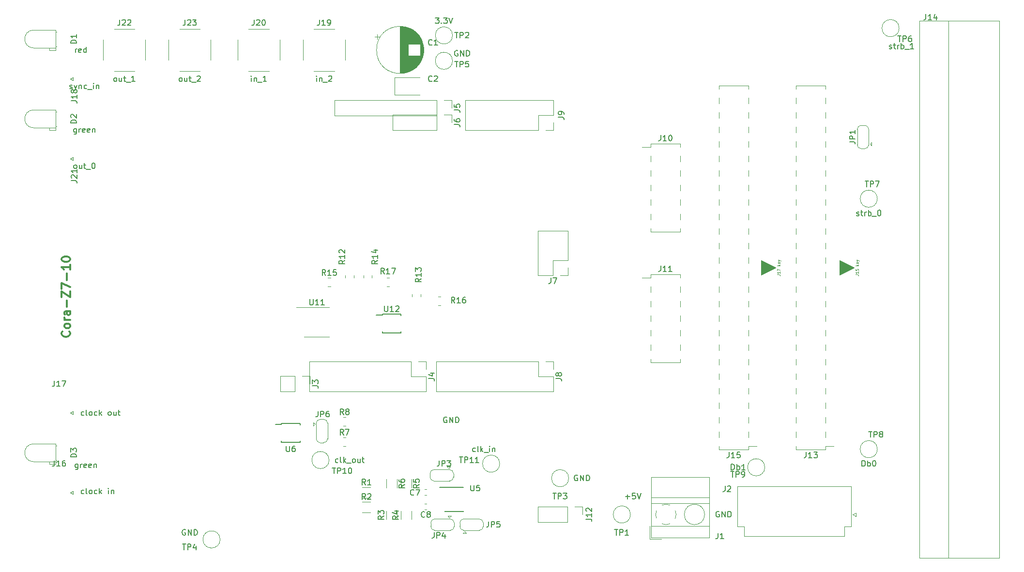
<source format=gto>
%TF.GenerationSoftware,KiCad,Pcbnew,5.1.10-88a1d61d58~88~ubuntu18.04.1*%
%TF.CreationDate,2021-05-13T12:28:33+02:00*%
%TF.ProjectId,FPGA_buffer_board,46504741-5f62-4756-9666-65725f626f61,1.1*%
%TF.SameCoordinates,Original*%
%TF.FileFunction,Legend,Top*%
%TF.FilePolarity,Positive*%
%FSLAX46Y46*%
G04 Gerber Fmt 4.6, Leading zero omitted, Abs format (unit mm)*
G04 Created by KiCad (PCBNEW 5.1.10-88a1d61d58~88~ubuntu18.04.1) date 2021-05-13 12:28:33*
%MOMM*%
%LPD*%
G01*
G04 APERTURE LIST*
%ADD10C,0.150000*%
%ADD11C,0.100000*%
%ADD12C,0.300000*%
%ADD13C,0.120000*%
G04 APERTURE END LIST*
D10*
X163068095Y-58555000D02*
X162972857Y-58507380D01*
X162830000Y-58507380D01*
X162687142Y-58555000D01*
X162591904Y-58650238D01*
X162544285Y-58745476D01*
X162496666Y-58935952D01*
X162496666Y-59078809D01*
X162544285Y-59269285D01*
X162591904Y-59364523D01*
X162687142Y-59459761D01*
X162830000Y-59507380D01*
X162925238Y-59507380D01*
X163068095Y-59459761D01*
X163115714Y-59412142D01*
X163115714Y-59078809D01*
X162925238Y-59078809D01*
X163544285Y-59507380D02*
X163544285Y-58507380D01*
X164115714Y-59507380D01*
X164115714Y-58507380D01*
X164591904Y-59507380D02*
X164591904Y-58507380D01*
X164830000Y-58507380D01*
X164972857Y-58555000D01*
X165068095Y-58650238D01*
X165115714Y-58745476D01*
X165163333Y-58935952D01*
X165163333Y-59078809D01*
X165115714Y-59269285D01*
X165068095Y-59364523D01*
X164972857Y-59459761D01*
X164830000Y-59507380D01*
X164591904Y-59507380D01*
X159178809Y-52792380D02*
X159797857Y-52792380D01*
X159464523Y-53173333D01*
X159607380Y-53173333D01*
X159702619Y-53220952D01*
X159750238Y-53268571D01*
X159797857Y-53363809D01*
X159797857Y-53601904D01*
X159750238Y-53697142D01*
X159702619Y-53744761D01*
X159607380Y-53792380D01*
X159321666Y-53792380D01*
X159226428Y-53744761D01*
X159178809Y-53697142D01*
X160226428Y-53697142D02*
X160274047Y-53744761D01*
X160226428Y-53792380D01*
X160178809Y-53744761D01*
X160226428Y-53697142D01*
X160226428Y-53792380D01*
X160607380Y-52792380D02*
X161226428Y-52792380D01*
X160893095Y-53173333D01*
X161035952Y-53173333D01*
X161131190Y-53220952D01*
X161178809Y-53268571D01*
X161226428Y-53363809D01*
X161226428Y-53601904D01*
X161178809Y-53697142D01*
X161131190Y-53744761D01*
X161035952Y-53792380D01*
X160750238Y-53792380D01*
X160655000Y-53744761D01*
X160607380Y-53697142D01*
X161512142Y-52792380D02*
X161845476Y-53792380D01*
X162178809Y-52792380D01*
X115443095Y-142375000D02*
X115347857Y-142327380D01*
X115205000Y-142327380D01*
X115062142Y-142375000D01*
X114966904Y-142470238D01*
X114919285Y-142565476D01*
X114871666Y-142755952D01*
X114871666Y-142898809D01*
X114919285Y-143089285D01*
X114966904Y-143184523D01*
X115062142Y-143279761D01*
X115205000Y-143327380D01*
X115300238Y-143327380D01*
X115443095Y-143279761D01*
X115490714Y-143232142D01*
X115490714Y-142898809D01*
X115300238Y-142898809D01*
X115919285Y-143327380D02*
X115919285Y-142327380D01*
X116490714Y-143327380D01*
X116490714Y-142327380D01*
X116966904Y-143327380D02*
X116966904Y-142327380D01*
X117205000Y-142327380D01*
X117347857Y-142375000D01*
X117443095Y-142470238D01*
X117490714Y-142565476D01*
X117538333Y-142755952D01*
X117538333Y-142898809D01*
X117490714Y-143089285D01*
X117443095Y-143184523D01*
X117347857Y-143279761D01*
X117205000Y-143327380D01*
X116966904Y-143327380D01*
X238545952Y-58189761D02*
X238641190Y-58237380D01*
X238831666Y-58237380D01*
X238926904Y-58189761D01*
X238974523Y-58094523D01*
X238974523Y-58046904D01*
X238926904Y-57951666D01*
X238831666Y-57904047D01*
X238688809Y-57904047D01*
X238593571Y-57856428D01*
X238545952Y-57761190D01*
X238545952Y-57713571D01*
X238593571Y-57618333D01*
X238688809Y-57570714D01*
X238831666Y-57570714D01*
X238926904Y-57618333D01*
X239260238Y-57570714D02*
X239641190Y-57570714D01*
X239403095Y-57237380D02*
X239403095Y-58094523D01*
X239450714Y-58189761D01*
X239545952Y-58237380D01*
X239641190Y-58237380D01*
X239974523Y-58237380D02*
X239974523Y-57570714D01*
X239974523Y-57761190D02*
X240022142Y-57665952D01*
X240069761Y-57618333D01*
X240165000Y-57570714D01*
X240260238Y-57570714D01*
X240593571Y-58237380D02*
X240593571Y-57237380D01*
X240593571Y-57618333D02*
X240688809Y-57570714D01*
X240879285Y-57570714D01*
X240974523Y-57618333D01*
X241022142Y-57665952D01*
X241069761Y-57761190D01*
X241069761Y-58046904D01*
X241022142Y-58142142D01*
X240974523Y-58189761D01*
X240879285Y-58237380D01*
X240688809Y-58237380D01*
X240593571Y-58189761D01*
X241260238Y-58332619D02*
X242022142Y-58332619D01*
X242784047Y-58237380D02*
X242212619Y-58237380D01*
X242498333Y-58237380D02*
X242498333Y-57237380D01*
X242403095Y-57380238D01*
X242307857Y-57475476D01*
X242212619Y-57523095D01*
X232830952Y-87399761D02*
X232926190Y-87447380D01*
X233116666Y-87447380D01*
X233211904Y-87399761D01*
X233259523Y-87304523D01*
X233259523Y-87256904D01*
X233211904Y-87161666D01*
X233116666Y-87114047D01*
X232973809Y-87114047D01*
X232878571Y-87066428D01*
X232830952Y-86971190D01*
X232830952Y-86923571D01*
X232878571Y-86828333D01*
X232973809Y-86780714D01*
X233116666Y-86780714D01*
X233211904Y-86828333D01*
X233545238Y-86780714D02*
X233926190Y-86780714D01*
X233688095Y-86447380D02*
X233688095Y-87304523D01*
X233735714Y-87399761D01*
X233830952Y-87447380D01*
X233926190Y-87447380D01*
X234259523Y-87447380D02*
X234259523Y-86780714D01*
X234259523Y-86971190D02*
X234307142Y-86875952D01*
X234354761Y-86828333D01*
X234450000Y-86780714D01*
X234545238Y-86780714D01*
X234878571Y-87447380D02*
X234878571Y-86447380D01*
X234878571Y-86828333D02*
X234973809Y-86780714D01*
X235164285Y-86780714D01*
X235259523Y-86828333D01*
X235307142Y-86875952D01*
X235354761Y-86971190D01*
X235354761Y-87256904D01*
X235307142Y-87352142D01*
X235259523Y-87399761D01*
X235164285Y-87447380D01*
X234973809Y-87447380D01*
X234878571Y-87399761D01*
X235545238Y-87542619D02*
X236307142Y-87542619D01*
X236735714Y-86447380D02*
X236830952Y-86447380D01*
X236926190Y-86495000D01*
X236973809Y-86542619D01*
X237021428Y-86637857D01*
X237069047Y-86828333D01*
X237069047Y-87066428D01*
X237021428Y-87256904D01*
X236973809Y-87352142D01*
X236926190Y-87399761D01*
X236830952Y-87447380D01*
X236735714Y-87447380D01*
X236640476Y-87399761D01*
X236592857Y-87352142D01*
X236545238Y-87256904D01*
X236497619Y-87066428D01*
X236497619Y-86828333D01*
X236545238Y-86637857D01*
X236592857Y-86542619D01*
X236640476Y-86495000D01*
X236735714Y-86447380D01*
X233759523Y-131262380D02*
X233759523Y-130262380D01*
X233997619Y-130262380D01*
X234140476Y-130310000D01*
X234235714Y-130405238D01*
X234283333Y-130500476D01*
X234330952Y-130690952D01*
X234330952Y-130833809D01*
X234283333Y-131024285D01*
X234235714Y-131119523D01*
X234140476Y-131214761D01*
X233997619Y-131262380D01*
X233759523Y-131262380D01*
X234759523Y-131262380D02*
X234759523Y-130262380D01*
X234759523Y-130643333D02*
X234854761Y-130595714D01*
X235045238Y-130595714D01*
X235140476Y-130643333D01*
X235188095Y-130690952D01*
X235235714Y-130786190D01*
X235235714Y-131071904D01*
X235188095Y-131167142D01*
X235140476Y-131214761D01*
X235045238Y-131262380D01*
X234854761Y-131262380D01*
X234759523Y-131214761D01*
X235854761Y-130262380D02*
X235950000Y-130262380D01*
X236045238Y-130310000D01*
X236092857Y-130357619D01*
X236140476Y-130452857D01*
X236188095Y-130643333D01*
X236188095Y-130881428D01*
X236140476Y-131071904D01*
X236092857Y-131167142D01*
X236045238Y-131214761D01*
X235950000Y-131262380D01*
X235854761Y-131262380D01*
X235759523Y-131214761D01*
X235711904Y-131167142D01*
X235664285Y-131071904D01*
X235616666Y-130881428D01*
X235616666Y-130643333D01*
X235664285Y-130452857D01*
X235711904Y-130357619D01*
X235759523Y-130310000D01*
X235854761Y-130262380D01*
X210899523Y-131897380D02*
X210899523Y-130897380D01*
X211137619Y-130897380D01*
X211280476Y-130945000D01*
X211375714Y-131040238D01*
X211423333Y-131135476D01*
X211470952Y-131325952D01*
X211470952Y-131468809D01*
X211423333Y-131659285D01*
X211375714Y-131754523D01*
X211280476Y-131849761D01*
X211137619Y-131897380D01*
X210899523Y-131897380D01*
X211899523Y-131897380D02*
X211899523Y-130897380D01*
X211899523Y-131278333D02*
X211994761Y-131230714D01*
X212185238Y-131230714D01*
X212280476Y-131278333D01*
X212328095Y-131325952D01*
X212375714Y-131421190D01*
X212375714Y-131706904D01*
X212328095Y-131802142D01*
X212280476Y-131849761D01*
X212185238Y-131897380D01*
X211994761Y-131897380D01*
X211899523Y-131849761D01*
X213328095Y-131897380D02*
X212756666Y-131897380D01*
X213042380Y-131897380D02*
X213042380Y-130897380D01*
X212947142Y-131040238D01*
X212851904Y-131135476D01*
X212756666Y-131183095D01*
X142145000Y-130579761D02*
X142049761Y-130627380D01*
X141859285Y-130627380D01*
X141764047Y-130579761D01*
X141716428Y-130532142D01*
X141668809Y-130436904D01*
X141668809Y-130151190D01*
X141716428Y-130055952D01*
X141764047Y-130008333D01*
X141859285Y-129960714D01*
X142049761Y-129960714D01*
X142145000Y-130008333D01*
X142716428Y-130627380D02*
X142621190Y-130579761D01*
X142573571Y-130484523D01*
X142573571Y-129627380D01*
X143097380Y-130627380D02*
X143097380Y-129627380D01*
X143192619Y-130246428D02*
X143478333Y-130627380D01*
X143478333Y-129960714D02*
X143097380Y-130341666D01*
X143668809Y-130722619D02*
X144430714Y-130722619D01*
X144811666Y-130627380D02*
X144716428Y-130579761D01*
X144668809Y-130532142D01*
X144621190Y-130436904D01*
X144621190Y-130151190D01*
X144668809Y-130055952D01*
X144716428Y-130008333D01*
X144811666Y-129960714D01*
X144954523Y-129960714D01*
X145049761Y-130008333D01*
X145097380Y-130055952D01*
X145145000Y-130151190D01*
X145145000Y-130436904D01*
X145097380Y-130532142D01*
X145049761Y-130579761D01*
X144954523Y-130627380D01*
X144811666Y-130627380D01*
X146002142Y-129960714D02*
X146002142Y-130627380D01*
X145573571Y-129960714D02*
X145573571Y-130484523D01*
X145621190Y-130579761D01*
X145716428Y-130627380D01*
X145859285Y-130627380D01*
X145954523Y-130579761D01*
X146002142Y-130532142D01*
X146335476Y-129960714D02*
X146716428Y-129960714D01*
X146478333Y-129627380D02*
X146478333Y-130484523D01*
X146525952Y-130579761D01*
X146621190Y-130627380D01*
X146716428Y-130627380D01*
X161163095Y-122690000D02*
X161067857Y-122642380D01*
X160925000Y-122642380D01*
X160782142Y-122690000D01*
X160686904Y-122785238D01*
X160639285Y-122880476D01*
X160591666Y-123070952D01*
X160591666Y-123213809D01*
X160639285Y-123404285D01*
X160686904Y-123499523D01*
X160782142Y-123594761D01*
X160925000Y-123642380D01*
X161020238Y-123642380D01*
X161163095Y-123594761D01*
X161210714Y-123547142D01*
X161210714Y-123213809D01*
X161020238Y-123213809D01*
X161639285Y-123642380D02*
X161639285Y-122642380D01*
X162210714Y-123642380D01*
X162210714Y-122642380D01*
X162686904Y-123642380D02*
X162686904Y-122642380D01*
X162925000Y-122642380D01*
X163067857Y-122690000D01*
X163163095Y-122785238D01*
X163210714Y-122880476D01*
X163258333Y-123070952D01*
X163258333Y-123213809D01*
X163210714Y-123404285D01*
X163163095Y-123499523D01*
X163067857Y-123594761D01*
X162925000Y-123642380D01*
X162686904Y-123642380D01*
X166140000Y-128674761D02*
X166044761Y-128722380D01*
X165854285Y-128722380D01*
X165759047Y-128674761D01*
X165711428Y-128627142D01*
X165663809Y-128531904D01*
X165663809Y-128246190D01*
X165711428Y-128150952D01*
X165759047Y-128103333D01*
X165854285Y-128055714D01*
X166044761Y-128055714D01*
X166140000Y-128103333D01*
X166711428Y-128722380D02*
X166616190Y-128674761D01*
X166568571Y-128579523D01*
X166568571Y-127722380D01*
X167092380Y-128722380D02*
X167092380Y-127722380D01*
X167187619Y-128341428D02*
X167473333Y-128722380D01*
X167473333Y-128055714D02*
X167092380Y-128436666D01*
X167663809Y-128817619D02*
X168425714Y-128817619D01*
X168663809Y-128722380D02*
X168663809Y-128055714D01*
X168663809Y-127722380D02*
X168616190Y-127770000D01*
X168663809Y-127817619D01*
X168711428Y-127770000D01*
X168663809Y-127722380D01*
X168663809Y-127817619D01*
X169140000Y-128055714D02*
X169140000Y-128722380D01*
X169140000Y-128150952D02*
X169187619Y-128103333D01*
X169282857Y-128055714D01*
X169425714Y-128055714D01*
X169520952Y-128103333D01*
X169568571Y-128198571D01*
X169568571Y-128722380D01*
X184023095Y-132850000D02*
X183927857Y-132802380D01*
X183785000Y-132802380D01*
X183642142Y-132850000D01*
X183546904Y-132945238D01*
X183499285Y-133040476D01*
X183451666Y-133230952D01*
X183451666Y-133373809D01*
X183499285Y-133564285D01*
X183546904Y-133659523D01*
X183642142Y-133754761D01*
X183785000Y-133802380D01*
X183880238Y-133802380D01*
X184023095Y-133754761D01*
X184070714Y-133707142D01*
X184070714Y-133373809D01*
X183880238Y-133373809D01*
X184499285Y-133802380D02*
X184499285Y-132802380D01*
X185070714Y-133802380D01*
X185070714Y-132802380D01*
X185546904Y-133802380D02*
X185546904Y-132802380D01*
X185785000Y-132802380D01*
X185927857Y-132850000D01*
X186023095Y-132945238D01*
X186070714Y-133040476D01*
X186118333Y-133230952D01*
X186118333Y-133373809D01*
X186070714Y-133564285D01*
X186023095Y-133659523D01*
X185927857Y-133754761D01*
X185785000Y-133802380D01*
X185546904Y-133802380D01*
X138390476Y-63952380D02*
X138390476Y-63285714D01*
X138390476Y-62952380D02*
X138342857Y-63000000D01*
X138390476Y-63047619D01*
X138438095Y-63000000D01*
X138390476Y-62952380D01*
X138390476Y-63047619D01*
X138866666Y-63285714D02*
X138866666Y-63952380D01*
X138866666Y-63380952D02*
X138914285Y-63333333D01*
X139009523Y-63285714D01*
X139152380Y-63285714D01*
X139247619Y-63333333D01*
X139295238Y-63428571D01*
X139295238Y-63952380D01*
X139533333Y-64047619D02*
X140295238Y-64047619D01*
X140485714Y-63047619D02*
X140533333Y-63000000D01*
X140628571Y-62952380D01*
X140866666Y-62952380D01*
X140961904Y-63000000D01*
X141009523Y-63047619D01*
X141057142Y-63142857D01*
X141057142Y-63238095D01*
X141009523Y-63380952D01*
X140438095Y-63952380D01*
X141057142Y-63952380D01*
X126960476Y-63952380D02*
X126960476Y-63285714D01*
X126960476Y-62952380D02*
X126912857Y-63000000D01*
X126960476Y-63047619D01*
X127008095Y-63000000D01*
X126960476Y-62952380D01*
X126960476Y-63047619D01*
X127436666Y-63285714D02*
X127436666Y-63952380D01*
X127436666Y-63380952D02*
X127484285Y-63333333D01*
X127579523Y-63285714D01*
X127722380Y-63285714D01*
X127817619Y-63333333D01*
X127865238Y-63428571D01*
X127865238Y-63952380D01*
X128103333Y-64047619D02*
X128865238Y-64047619D01*
X129627142Y-63952380D02*
X129055714Y-63952380D01*
X129341428Y-63952380D02*
X129341428Y-62952380D01*
X129246190Y-63095238D01*
X129150952Y-63190476D01*
X129055714Y-63238095D01*
X114538333Y-63952380D02*
X114443095Y-63904761D01*
X114395476Y-63857142D01*
X114347857Y-63761904D01*
X114347857Y-63476190D01*
X114395476Y-63380952D01*
X114443095Y-63333333D01*
X114538333Y-63285714D01*
X114681190Y-63285714D01*
X114776428Y-63333333D01*
X114824047Y-63380952D01*
X114871666Y-63476190D01*
X114871666Y-63761904D01*
X114824047Y-63857142D01*
X114776428Y-63904761D01*
X114681190Y-63952380D01*
X114538333Y-63952380D01*
X115728809Y-63285714D02*
X115728809Y-63952380D01*
X115300238Y-63285714D02*
X115300238Y-63809523D01*
X115347857Y-63904761D01*
X115443095Y-63952380D01*
X115585952Y-63952380D01*
X115681190Y-63904761D01*
X115728809Y-63857142D01*
X116062142Y-63285714D02*
X116443095Y-63285714D01*
X116205000Y-62952380D02*
X116205000Y-63809523D01*
X116252619Y-63904761D01*
X116347857Y-63952380D01*
X116443095Y-63952380D01*
X116538333Y-64047619D02*
X117300238Y-64047619D01*
X117490714Y-63047619D02*
X117538333Y-63000000D01*
X117633571Y-62952380D01*
X117871666Y-62952380D01*
X117966904Y-63000000D01*
X118014523Y-63047619D01*
X118062142Y-63142857D01*
X118062142Y-63238095D01*
X118014523Y-63380952D01*
X117443095Y-63952380D01*
X118062142Y-63952380D01*
X96639238Y-130849714D02*
X96639238Y-131659238D01*
X96591619Y-131754476D01*
X96544000Y-131802095D01*
X96448761Y-131849714D01*
X96305904Y-131849714D01*
X96210666Y-131802095D01*
X96639238Y-131468761D02*
X96544000Y-131516380D01*
X96353523Y-131516380D01*
X96258285Y-131468761D01*
X96210666Y-131421142D01*
X96163047Y-131325904D01*
X96163047Y-131040190D01*
X96210666Y-130944952D01*
X96258285Y-130897333D01*
X96353523Y-130849714D01*
X96544000Y-130849714D01*
X96639238Y-130897333D01*
X97115428Y-131516380D02*
X97115428Y-130849714D01*
X97115428Y-131040190D02*
X97163047Y-130944952D01*
X97210666Y-130897333D01*
X97305904Y-130849714D01*
X97401142Y-130849714D01*
X98115428Y-131468761D02*
X98020190Y-131516380D01*
X97829714Y-131516380D01*
X97734476Y-131468761D01*
X97686857Y-131373523D01*
X97686857Y-130992571D01*
X97734476Y-130897333D01*
X97829714Y-130849714D01*
X98020190Y-130849714D01*
X98115428Y-130897333D01*
X98163047Y-130992571D01*
X98163047Y-131087809D01*
X97686857Y-131183047D01*
X98972571Y-131468761D02*
X98877333Y-131516380D01*
X98686857Y-131516380D01*
X98591619Y-131468761D01*
X98544000Y-131373523D01*
X98544000Y-130992571D01*
X98591619Y-130897333D01*
X98686857Y-130849714D01*
X98877333Y-130849714D01*
X98972571Y-130897333D01*
X99020190Y-130992571D01*
X99020190Y-131087809D01*
X98544000Y-131183047D01*
X99448761Y-130849714D02*
X99448761Y-131516380D01*
X99448761Y-130944952D02*
X99496380Y-130897333D01*
X99591619Y-130849714D01*
X99734476Y-130849714D01*
X99829714Y-130897333D01*
X99877333Y-130992571D01*
X99877333Y-131516380D01*
X96385238Y-72175714D02*
X96385238Y-72985238D01*
X96337619Y-73080476D01*
X96290000Y-73128095D01*
X96194761Y-73175714D01*
X96051904Y-73175714D01*
X95956666Y-73128095D01*
X96385238Y-72794761D02*
X96290000Y-72842380D01*
X96099523Y-72842380D01*
X96004285Y-72794761D01*
X95956666Y-72747142D01*
X95909047Y-72651904D01*
X95909047Y-72366190D01*
X95956666Y-72270952D01*
X96004285Y-72223333D01*
X96099523Y-72175714D01*
X96290000Y-72175714D01*
X96385238Y-72223333D01*
X96861428Y-72842380D02*
X96861428Y-72175714D01*
X96861428Y-72366190D02*
X96909047Y-72270952D01*
X96956666Y-72223333D01*
X97051904Y-72175714D01*
X97147142Y-72175714D01*
X97861428Y-72794761D02*
X97766190Y-72842380D01*
X97575714Y-72842380D01*
X97480476Y-72794761D01*
X97432857Y-72699523D01*
X97432857Y-72318571D01*
X97480476Y-72223333D01*
X97575714Y-72175714D01*
X97766190Y-72175714D01*
X97861428Y-72223333D01*
X97909047Y-72318571D01*
X97909047Y-72413809D01*
X97432857Y-72509047D01*
X98718571Y-72794761D02*
X98623333Y-72842380D01*
X98432857Y-72842380D01*
X98337619Y-72794761D01*
X98290000Y-72699523D01*
X98290000Y-72318571D01*
X98337619Y-72223333D01*
X98432857Y-72175714D01*
X98623333Y-72175714D01*
X98718571Y-72223333D01*
X98766190Y-72318571D01*
X98766190Y-72413809D01*
X98290000Y-72509047D01*
X99194761Y-72175714D02*
X99194761Y-72842380D01*
X99194761Y-72270952D02*
X99242380Y-72223333D01*
X99337619Y-72175714D01*
X99480476Y-72175714D01*
X99575714Y-72223333D01*
X99623333Y-72318571D01*
X99623333Y-72842380D01*
X96202619Y-58872380D02*
X96202619Y-58205714D01*
X96202619Y-58396190D02*
X96250238Y-58300952D01*
X96297857Y-58253333D01*
X96393095Y-58205714D01*
X96488333Y-58205714D01*
X97202619Y-58824761D02*
X97107380Y-58872380D01*
X96916904Y-58872380D01*
X96821666Y-58824761D01*
X96774047Y-58729523D01*
X96774047Y-58348571D01*
X96821666Y-58253333D01*
X96916904Y-58205714D01*
X97107380Y-58205714D01*
X97202619Y-58253333D01*
X97250238Y-58348571D01*
X97250238Y-58443809D01*
X96774047Y-58539047D01*
X98107380Y-58872380D02*
X98107380Y-57872380D01*
X98107380Y-58824761D02*
X98012142Y-58872380D01*
X97821666Y-58872380D01*
X97726428Y-58824761D01*
X97678809Y-58777142D01*
X97631190Y-58681904D01*
X97631190Y-58396190D01*
X97678809Y-58300952D01*
X97726428Y-58253333D01*
X97821666Y-58205714D01*
X98012142Y-58205714D01*
X98107380Y-58253333D01*
X95242380Y-65174761D02*
X95337619Y-65222380D01*
X95528095Y-65222380D01*
X95623333Y-65174761D01*
X95670952Y-65079523D01*
X95670952Y-65031904D01*
X95623333Y-64936666D01*
X95528095Y-64889047D01*
X95385238Y-64889047D01*
X95290000Y-64841428D01*
X95242380Y-64746190D01*
X95242380Y-64698571D01*
X95290000Y-64603333D01*
X95385238Y-64555714D01*
X95528095Y-64555714D01*
X95623333Y-64603333D01*
X96004285Y-64555714D02*
X96242380Y-65222380D01*
X96480476Y-64555714D02*
X96242380Y-65222380D01*
X96147142Y-65460476D01*
X96099523Y-65508095D01*
X96004285Y-65555714D01*
X96861428Y-64555714D02*
X96861428Y-65222380D01*
X96861428Y-64650952D02*
X96909047Y-64603333D01*
X97004285Y-64555714D01*
X97147142Y-64555714D01*
X97242380Y-64603333D01*
X97290000Y-64698571D01*
X97290000Y-65222380D01*
X98194761Y-65174761D02*
X98099523Y-65222380D01*
X97909047Y-65222380D01*
X97813809Y-65174761D01*
X97766190Y-65127142D01*
X97718571Y-65031904D01*
X97718571Y-64746190D01*
X97766190Y-64650952D01*
X97813809Y-64603333D01*
X97909047Y-64555714D01*
X98099523Y-64555714D01*
X98194761Y-64603333D01*
X98385238Y-65317619D02*
X99147142Y-65317619D01*
X99385238Y-65222380D02*
X99385238Y-64555714D01*
X99385238Y-64222380D02*
X99337619Y-64270000D01*
X99385238Y-64317619D01*
X99432857Y-64270000D01*
X99385238Y-64222380D01*
X99385238Y-64317619D01*
X99861428Y-64555714D02*
X99861428Y-65222380D01*
X99861428Y-64650952D02*
X99909047Y-64603333D01*
X100004285Y-64555714D01*
X100147142Y-64555714D01*
X100242380Y-64603333D01*
X100290000Y-64698571D01*
X100290000Y-65222380D01*
X208788095Y-139200000D02*
X208692857Y-139152380D01*
X208550000Y-139152380D01*
X208407142Y-139200000D01*
X208311904Y-139295238D01*
X208264285Y-139390476D01*
X208216666Y-139580952D01*
X208216666Y-139723809D01*
X208264285Y-139914285D01*
X208311904Y-140009523D01*
X208407142Y-140104761D01*
X208550000Y-140152380D01*
X208645238Y-140152380D01*
X208788095Y-140104761D01*
X208835714Y-140057142D01*
X208835714Y-139723809D01*
X208645238Y-139723809D01*
X209264285Y-140152380D02*
X209264285Y-139152380D01*
X209835714Y-140152380D01*
X209835714Y-139152380D01*
X210311904Y-140152380D02*
X210311904Y-139152380D01*
X210550000Y-139152380D01*
X210692857Y-139200000D01*
X210788095Y-139295238D01*
X210835714Y-139390476D01*
X210883333Y-139580952D01*
X210883333Y-139723809D01*
X210835714Y-139914285D01*
X210788095Y-140009523D01*
X210692857Y-140104761D01*
X210550000Y-140152380D01*
X210311904Y-140152380D01*
X192389285Y-136596428D02*
X193151190Y-136596428D01*
X192770238Y-136977380D02*
X192770238Y-136215476D01*
X194103571Y-135977380D02*
X193627380Y-135977380D01*
X193579761Y-136453571D01*
X193627380Y-136405952D01*
X193722619Y-136358333D01*
X193960714Y-136358333D01*
X194055952Y-136405952D01*
X194103571Y-136453571D01*
X194151190Y-136548809D01*
X194151190Y-136786904D01*
X194103571Y-136882142D01*
X194055952Y-136929761D01*
X193960714Y-136977380D01*
X193722619Y-136977380D01*
X193627380Y-136929761D01*
X193579761Y-136882142D01*
X194436904Y-135977380D02*
X194770238Y-136977380D01*
X195103571Y-135977380D01*
D11*
G36*
X218694000Y-96520000D02*
G01*
X216154000Y-97790000D01*
X216154000Y-95250000D01*
X218694000Y-96520000D01*
G37*
X218694000Y-96520000D02*
X216154000Y-97790000D01*
X216154000Y-95250000D01*
X218694000Y-96520000D01*
X218928190Y-97722380D02*
X219285333Y-97722380D01*
X219356761Y-97746190D01*
X219404380Y-97793809D01*
X219428190Y-97865238D01*
X219428190Y-97912857D01*
X219428190Y-97222380D02*
X219428190Y-97508095D01*
X219428190Y-97365238D02*
X218928190Y-97365238D01*
X218999619Y-97412857D01*
X219047238Y-97460476D01*
X219071047Y-97508095D01*
X218928190Y-97055714D02*
X218928190Y-96722380D01*
X219428190Y-96936666D01*
X219428190Y-96150952D02*
X218928190Y-96150952D01*
X219237714Y-96103333D02*
X219428190Y-95960476D01*
X219094857Y-95960476D02*
X219285333Y-96150952D01*
X219404380Y-95555714D02*
X219428190Y-95603333D01*
X219428190Y-95698571D01*
X219404380Y-95746190D01*
X219356761Y-95770000D01*
X219166285Y-95770000D01*
X219118666Y-95746190D01*
X219094857Y-95698571D01*
X219094857Y-95603333D01*
X219118666Y-95555714D01*
X219166285Y-95531904D01*
X219213904Y-95531904D01*
X219261523Y-95770000D01*
X219094857Y-95365238D02*
X219428190Y-95246190D01*
X219094857Y-95127142D02*
X219428190Y-95246190D01*
X219547238Y-95293809D01*
X219571047Y-95317619D01*
X219594857Y-95365238D01*
X232644190Y-97722380D02*
X233001333Y-97722380D01*
X233072761Y-97746190D01*
X233120380Y-97793809D01*
X233144190Y-97865238D01*
X233144190Y-97912857D01*
X233144190Y-97222380D02*
X233144190Y-97508095D01*
X233144190Y-97365238D02*
X232644190Y-97365238D01*
X232715619Y-97412857D01*
X232763238Y-97460476D01*
X232787047Y-97508095D01*
X232644190Y-96770000D02*
X232644190Y-97008095D01*
X232882285Y-97031904D01*
X232858476Y-97008095D01*
X232834666Y-96960476D01*
X232834666Y-96841428D01*
X232858476Y-96793809D01*
X232882285Y-96770000D01*
X232929904Y-96746190D01*
X233048952Y-96746190D01*
X233096571Y-96770000D01*
X233120380Y-96793809D01*
X233144190Y-96841428D01*
X233144190Y-96960476D01*
X233120380Y-97008095D01*
X233096571Y-97031904D01*
X233144190Y-96150952D02*
X232644190Y-96150952D01*
X232953714Y-96103333D02*
X233144190Y-95960476D01*
X232810857Y-95960476D02*
X233001333Y-96150952D01*
X233120380Y-95555714D02*
X233144190Y-95603333D01*
X233144190Y-95698571D01*
X233120380Y-95746190D01*
X233072761Y-95770000D01*
X232882285Y-95770000D01*
X232834666Y-95746190D01*
X232810857Y-95698571D01*
X232810857Y-95603333D01*
X232834666Y-95555714D01*
X232882285Y-95531904D01*
X232929904Y-95531904D01*
X232977523Y-95770000D01*
X232810857Y-95365238D02*
X233144190Y-95246190D01*
X232810857Y-95127142D02*
X233144190Y-95246190D01*
X233263238Y-95293809D01*
X233287047Y-95317619D01*
X233310857Y-95365238D01*
G36*
X232410000Y-96520000D02*
G01*
X229870000Y-97790000D01*
X229870000Y-95250000D01*
X232410000Y-96520000D01*
G37*
X232410000Y-96520000D02*
X229870000Y-97790000D01*
X229870000Y-95250000D01*
X232410000Y-96520000D01*
D10*
X96123333Y-79192380D02*
X96028095Y-79144761D01*
X95980476Y-79097142D01*
X95932857Y-79001904D01*
X95932857Y-78716190D01*
X95980476Y-78620952D01*
X96028095Y-78573333D01*
X96123333Y-78525714D01*
X96266190Y-78525714D01*
X96361428Y-78573333D01*
X96409047Y-78620952D01*
X96456666Y-78716190D01*
X96456666Y-79001904D01*
X96409047Y-79097142D01*
X96361428Y-79144761D01*
X96266190Y-79192380D01*
X96123333Y-79192380D01*
X97313809Y-78525714D02*
X97313809Y-79192380D01*
X96885238Y-78525714D02*
X96885238Y-79049523D01*
X96932857Y-79144761D01*
X97028095Y-79192380D01*
X97170952Y-79192380D01*
X97266190Y-79144761D01*
X97313809Y-79097142D01*
X97647142Y-78525714D02*
X98028095Y-78525714D01*
X97790000Y-78192380D02*
X97790000Y-79049523D01*
X97837619Y-79144761D01*
X97932857Y-79192380D01*
X98028095Y-79192380D01*
X98123333Y-79287619D02*
X98885238Y-79287619D01*
X99313809Y-78192380D02*
X99409047Y-78192380D01*
X99504285Y-78240000D01*
X99551904Y-78287619D01*
X99599523Y-78382857D01*
X99647142Y-78573333D01*
X99647142Y-78811428D01*
X99599523Y-79001904D01*
X99551904Y-79097142D01*
X99504285Y-79144761D01*
X99409047Y-79192380D01*
X99313809Y-79192380D01*
X99218571Y-79144761D01*
X99170952Y-79097142D01*
X99123333Y-79001904D01*
X99075714Y-78811428D01*
X99075714Y-78573333D01*
X99123333Y-78382857D01*
X99170952Y-78287619D01*
X99218571Y-78240000D01*
X99313809Y-78192380D01*
X103108333Y-63952380D02*
X103013095Y-63904761D01*
X102965476Y-63857142D01*
X102917857Y-63761904D01*
X102917857Y-63476190D01*
X102965476Y-63380952D01*
X103013095Y-63333333D01*
X103108333Y-63285714D01*
X103251190Y-63285714D01*
X103346428Y-63333333D01*
X103394047Y-63380952D01*
X103441666Y-63476190D01*
X103441666Y-63761904D01*
X103394047Y-63857142D01*
X103346428Y-63904761D01*
X103251190Y-63952380D01*
X103108333Y-63952380D01*
X104298809Y-63285714D02*
X104298809Y-63952380D01*
X103870238Y-63285714D02*
X103870238Y-63809523D01*
X103917857Y-63904761D01*
X104013095Y-63952380D01*
X104155952Y-63952380D01*
X104251190Y-63904761D01*
X104298809Y-63857142D01*
X104632142Y-63285714D02*
X105013095Y-63285714D01*
X104775000Y-62952380D02*
X104775000Y-63809523D01*
X104822619Y-63904761D01*
X104917857Y-63952380D01*
X105013095Y-63952380D01*
X105108333Y-64047619D02*
X105870238Y-64047619D01*
X106632142Y-63952380D02*
X106060714Y-63952380D01*
X106346428Y-63952380D02*
X106346428Y-62952380D01*
X106251190Y-63095238D01*
X106155952Y-63190476D01*
X106060714Y-63238095D01*
X97703047Y-122324761D02*
X97607809Y-122372380D01*
X97417333Y-122372380D01*
X97322095Y-122324761D01*
X97274476Y-122277142D01*
X97226857Y-122181904D01*
X97226857Y-121896190D01*
X97274476Y-121800952D01*
X97322095Y-121753333D01*
X97417333Y-121705714D01*
X97607809Y-121705714D01*
X97703047Y-121753333D01*
X98274476Y-122372380D02*
X98179238Y-122324761D01*
X98131619Y-122229523D01*
X98131619Y-121372380D01*
X98798285Y-122372380D02*
X98703047Y-122324761D01*
X98655428Y-122277142D01*
X98607809Y-122181904D01*
X98607809Y-121896190D01*
X98655428Y-121800952D01*
X98703047Y-121753333D01*
X98798285Y-121705714D01*
X98941142Y-121705714D01*
X99036380Y-121753333D01*
X99084000Y-121800952D01*
X99131619Y-121896190D01*
X99131619Y-122181904D01*
X99084000Y-122277142D01*
X99036380Y-122324761D01*
X98941142Y-122372380D01*
X98798285Y-122372380D01*
X99988761Y-122324761D02*
X99893523Y-122372380D01*
X99703047Y-122372380D01*
X99607809Y-122324761D01*
X99560190Y-122277142D01*
X99512571Y-122181904D01*
X99512571Y-121896190D01*
X99560190Y-121800952D01*
X99607809Y-121753333D01*
X99703047Y-121705714D01*
X99893523Y-121705714D01*
X99988761Y-121753333D01*
X100417333Y-122372380D02*
X100417333Y-121372380D01*
X100512571Y-121991428D02*
X100798285Y-122372380D01*
X100798285Y-121705714D02*
X100417333Y-122086666D01*
X102131619Y-122372380D02*
X102036380Y-122324761D01*
X101988761Y-122277142D01*
X101941142Y-122181904D01*
X101941142Y-121896190D01*
X101988761Y-121800952D01*
X102036380Y-121753333D01*
X102131619Y-121705714D01*
X102274476Y-121705714D01*
X102369714Y-121753333D01*
X102417333Y-121800952D01*
X102464952Y-121896190D01*
X102464952Y-122181904D01*
X102417333Y-122277142D01*
X102369714Y-122324761D01*
X102274476Y-122372380D01*
X102131619Y-122372380D01*
X103322095Y-121705714D02*
X103322095Y-122372380D01*
X102893523Y-121705714D02*
X102893523Y-122229523D01*
X102941142Y-122324761D01*
X103036380Y-122372380D01*
X103179238Y-122372380D01*
X103274476Y-122324761D01*
X103322095Y-122277142D01*
X103655428Y-121705714D02*
X104036380Y-121705714D01*
X103798285Y-121372380D02*
X103798285Y-122229523D01*
X103845904Y-122324761D01*
X103941142Y-122372380D01*
X104036380Y-122372380D01*
X97695047Y-136040761D02*
X97599809Y-136088380D01*
X97409333Y-136088380D01*
X97314095Y-136040761D01*
X97266476Y-135993142D01*
X97218857Y-135897904D01*
X97218857Y-135612190D01*
X97266476Y-135516952D01*
X97314095Y-135469333D01*
X97409333Y-135421714D01*
X97599809Y-135421714D01*
X97695047Y-135469333D01*
X98266476Y-136088380D02*
X98171238Y-136040761D01*
X98123619Y-135945523D01*
X98123619Y-135088380D01*
X98790285Y-136088380D02*
X98695047Y-136040761D01*
X98647428Y-135993142D01*
X98599809Y-135897904D01*
X98599809Y-135612190D01*
X98647428Y-135516952D01*
X98695047Y-135469333D01*
X98790285Y-135421714D01*
X98933142Y-135421714D01*
X99028380Y-135469333D01*
X99076000Y-135516952D01*
X99123619Y-135612190D01*
X99123619Y-135897904D01*
X99076000Y-135993142D01*
X99028380Y-136040761D01*
X98933142Y-136088380D01*
X98790285Y-136088380D01*
X99980761Y-136040761D02*
X99885523Y-136088380D01*
X99695047Y-136088380D01*
X99599809Y-136040761D01*
X99552190Y-135993142D01*
X99504571Y-135897904D01*
X99504571Y-135612190D01*
X99552190Y-135516952D01*
X99599809Y-135469333D01*
X99695047Y-135421714D01*
X99885523Y-135421714D01*
X99980761Y-135469333D01*
X100409333Y-136088380D02*
X100409333Y-135088380D01*
X100504571Y-135707428D02*
X100790285Y-136088380D01*
X100790285Y-135421714D02*
X100409333Y-135802666D01*
X101980761Y-136088380D02*
X101980761Y-135421714D01*
X101980761Y-135088380D02*
X101933142Y-135136000D01*
X101980761Y-135183619D01*
X102028380Y-135136000D01*
X101980761Y-135088380D01*
X101980761Y-135183619D01*
X102456952Y-135421714D02*
X102456952Y-136088380D01*
X102456952Y-135516952D02*
X102504571Y-135469333D01*
X102599809Y-135421714D01*
X102742666Y-135421714D01*
X102837904Y-135469333D01*
X102885523Y-135564571D01*
X102885523Y-136088380D01*
D12*
X95150714Y-107671428D02*
X95222142Y-107742857D01*
X95293571Y-107957142D01*
X95293571Y-108100000D01*
X95222142Y-108314285D01*
X95079285Y-108457142D01*
X94936428Y-108528571D01*
X94650714Y-108600000D01*
X94436428Y-108600000D01*
X94150714Y-108528571D01*
X94007857Y-108457142D01*
X93865000Y-108314285D01*
X93793571Y-108100000D01*
X93793571Y-107957142D01*
X93865000Y-107742857D01*
X93936428Y-107671428D01*
X95293571Y-106814285D02*
X95222142Y-106957142D01*
X95150714Y-107028571D01*
X95007857Y-107100000D01*
X94579285Y-107100000D01*
X94436428Y-107028571D01*
X94365000Y-106957142D01*
X94293571Y-106814285D01*
X94293571Y-106600000D01*
X94365000Y-106457142D01*
X94436428Y-106385714D01*
X94579285Y-106314285D01*
X95007857Y-106314285D01*
X95150714Y-106385714D01*
X95222142Y-106457142D01*
X95293571Y-106600000D01*
X95293571Y-106814285D01*
X95293571Y-105671428D02*
X94293571Y-105671428D01*
X94579285Y-105671428D02*
X94436428Y-105600000D01*
X94365000Y-105528571D01*
X94293571Y-105385714D01*
X94293571Y-105242857D01*
X95293571Y-104100000D02*
X94507857Y-104100000D01*
X94365000Y-104171428D01*
X94293571Y-104314285D01*
X94293571Y-104600000D01*
X94365000Y-104742857D01*
X95222142Y-104100000D02*
X95293571Y-104242857D01*
X95293571Y-104600000D01*
X95222142Y-104742857D01*
X95079285Y-104814285D01*
X94936428Y-104814285D01*
X94793571Y-104742857D01*
X94722142Y-104600000D01*
X94722142Y-104242857D01*
X94650714Y-104100000D01*
X94722142Y-103385714D02*
X94722142Y-102242857D01*
X93793571Y-101671428D02*
X93793571Y-100671428D01*
X95293571Y-101671428D01*
X95293571Y-100671428D01*
X93793571Y-100242857D02*
X93793571Y-99242857D01*
X95293571Y-99885714D01*
X94722142Y-98671428D02*
X94722142Y-97528571D01*
X95293571Y-96028571D02*
X95293571Y-96885714D01*
X95293571Y-96457142D02*
X93793571Y-96457142D01*
X94007857Y-96600000D01*
X94150714Y-96742857D01*
X94222142Y-96885714D01*
X93793571Y-95100000D02*
X93793571Y-94957142D01*
X93865000Y-94814285D01*
X93936428Y-94742857D01*
X94079285Y-94671428D01*
X94365000Y-94600000D01*
X94722142Y-94600000D01*
X95007857Y-94671428D01*
X95150714Y-94742857D01*
X95222142Y-94814285D01*
X95293571Y-94957142D01*
X95293571Y-95100000D01*
X95222142Y-95242857D01*
X95150714Y-95314285D01*
X95007857Y-95385714D01*
X94722142Y-95457142D01*
X94365000Y-95457142D01*
X94079285Y-95385714D01*
X93936428Y-95314285D01*
X93865000Y-95242857D01*
X93793571Y-95100000D01*
D13*
X179765000Y-67250000D02*
X179765000Y-69850000D01*
X179765000Y-67250000D02*
X164405000Y-67250000D01*
X164405000Y-67250000D02*
X164405000Y-72450000D01*
X177165000Y-72450000D02*
X164405000Y-72450000D01*
X177165000Y-69850000D02*
X177165000Y-72450000D01*
X179765000Y-69850000D02*
X177165000Y-69850000D01*
X179765000Y-72450000D02*
X178435000Y-72450000D01*
X179765000Y-71120000D02*
X179765000Y-72450000D01*
X201975000Y-87120000D02*
X201975000Y-88140000D01*
X196775000Y-87120000D02*
X196775000Y-88140000D01*
X201975000Y-84580000D02*
X201975000Y-85600000D01*
X196775000Y-84580000D02*
X196775000Y-85600000D01*
X201975000Y-82040000D02*
X201975000Y-83060000D01*
X196775000Y-82040000D02*
X196775000Y-83060000D01*
X201975000Y-79500000D02*
X201975000Y-80520000D01*
X196775000Y-79500000D02*
X196775000Y-80520000D01*
X201975000Y-76960000D02*
X201975000Y-77980000D01*
X196775000Y-76960000D02*
X196775000Y-77980000D01*
X201975000Y-89660000D02*
X201975000Y-90230000D01*
X196775000Y-89660000D02*
X196775000Y-90230000D01*
X201975000Y-74870000D02*
X201975000Y-75440000D01*
X196775000Y-74870000D02*
X196775000Y-75440000D01*
X195335000Y-75440000D02*
X196775000Y-75440000D01*
X196775000Y-90230000D02*
X201975000Y-90230000D01*
X196775000Y-74870000D02*
X201975000Y-74870000D01*
X161474000Y-131642000D02*
X161174000Y-131342000D01*
X161774000Y-131342000D02*
X161174000Y-131342000D01*
X161474000Y-131642000D02*
X161774000Y-131342000D01*
X162324000Y-132542000D02*
X162324000Y-133142000D01*
X158874000Y-131842000D02*
X161674000Y-131842000D01*
X158224000Y-133142000D02*
X158224000Y-132542000D01*
X161674000Y-133842000D02*
X158874000Y-133842000D01*
X158924000Y-133842000D02*
G75*
G02*
X158224000Y-133142000I0J700000D01*
G01*
X158224000Y-132542000D02*
G75*
G02*
X158924000Y-131842000I700000J0D01*
G01*
X161624000Y-131842000D02*
G75*
G02*
X162324000Y-132542000I0J-700000D01*
G01*
X162324000Y-133142000D02*
G75*
G02*
X161624000Y-133842000I-700000J0D01*
G01*
X157115000Y-58420000D02*
G75*
G03*
X157115000Y-58420000I-4120000J0D01*
G01*
X152995000Y-54340000D02*
X152995000Y-62500000D01*
X153035000Y-54340000D02*
X153035000Y-62500000D01*
X153075000Y-54340000D02*
X153075000Y-62500000D01*
X153115000Y-54341000D02*
X153115000Y-62499000D01*
X153155000Y-54343000D02*
X153155000Y-62497000D01*
X153195000Y-54344000D02*
X153195000Y-62496000D01*
X153235000Y-54346000D02*
X153235000Y-62494000D01*
X153275000Y-54349000D02*
X153275000Y-62491000D01*
X153315000Y-54352000D02*
X153315000Y-62488000D01*
X153355000Y-54355000D02*
X153355000Y-62485000D01*
X153395000Y-54359000D02*
X153395000Y-62481000D01*
X153435000Y-54363000D02*
X153435000Y-62477000D01*
X153475000Y-54368000D02*
X153475000Y-62472000D01*
X153515000Y-54372000D02*
X153515000Y-62468000D01*
X153555000Y-54378000D02*
X153555000Y-62462000D01*
X153595000Y-54383000D02*
X153595000Y-62457000D01*
X153635000Y-54390000D02*
X153635000Y-62450000D01*
X153675000Y-54396000D02*
X153675000Y-62444000D01*
X153716000Y-54403000D02*
X153716000Y-62437000D01*
X153756000Y-54410000D02*
X153756000Y-62430000D01*
X153796000Y-54418000D02*
X153796000Y-62422000D01*
X153836000Y-54426000D02*
X153836000Y-62414000D01*
X153876000Y-54435000D02*
X153876000Y-62405000D01*
X153916000Y-54444000D02*
X153916000Y-62396000D01*
X153956000Y-54453000D02*
X153956000Y-62387000D01*
X153996000Y-54463000D02*
X153996000Y-62377000D01*
X154036000Y-54473000D02*
X154036000Y-62367000D01*
X154076000Y-54484000D02*
X154076000Y-62356000D01*
X154116000Y-54495000D02*
X154116000Y-62345000D01*
X154156000Y-54506000D02*
X154156000Y-62334000D01*
X154196000Y-54518000D02*
X154196000Y-62322000D01*
X154236000Y-54531000D02*
X154236000Y-62309000D01*
X154276000Y-54543000D02*
X154276000Y-62297000D01*
X154316000Y-54557000D02*
X154316000Y-62283000D01*
X154356000Y-54570000D02*
X154356000Y-62270000D01*
X154396000Y-54585000D02*
X154396000Y-62255000D01*
X154436000Y-54599000D02*
X154436000Y-62241000D01*
X154476000Y-54615000D02*
X154476000Y-57380000D01*
X154476000Y-59460000D02*
X154476000Y-62225000D01*
X154516000Y-54630000D02*
X154516000Y-57380000D01*
X154516000Y-59460000D02*
X154516000Y-62210000D01*
X154556000Y-54646000D02*
X154556000Y-57380000D01*
X154556000Y-59460000D02*
X154556000Y-62194000D01*
X154596000Y-54663000D02*
X154596000Y-57380000D01*
X154596000Y-59460000D02*
X154596000Y-62177000D01*
X154636000Y-54680000D02*
X154636000Y-57380000D01*
X154636000Y-59460000D02*
X154636000Y-62160000D01*
X154676000Y-54698000D02*
X154676000Y-57380000D01*
X154676000Y-59460000D02*
X154676000Y-62142000D01*
X154716000Y-54716000D02*
X154716000Y-57380000D01*
X154716000Y-59460000D02*
X154716000Y-62124000D01*
X154756000Y-54734000D02*
X154756000Y-57380000D01*
X154756000Y-59460000D02*
X154756000Y-62106000D01*
X154796000Y-54754000D02*
X154796000Y-57380000D01*
X154796000Y-59460000D02*
X154796000Y-62086000D01*
X154836000Y-54773000D02*
X154836000Y-57380000D01*
X154836000Y-59460000D02*
X154836000Y-62067000D01*
X154876000Y-54793000D02*
X154876000Y-57380000D01*
X154876000Y-59460000D02*
X154876000Y-62047000D01*
X154916000Y-54814000D02*
X154916000Y-57380000D01*
X154916000Y-59460000D02*
X154916000Y-62026000D01*
X154956000Y-54836000D02*
X154956000Y-57380000D01*
X154956000Y-59460000D02*
X154956000Y-62004000D01*
X154996000Y-54858000D02*
X154996000Y-57380000D01*
X154996000Y-59460000D02*
X154996000Y-61982000D01*
X155036000Y-54880000D02*
X155036000Y-57380000D01*
X155036000Y-59460000D02*
X155036000Y-61960000D01*
X155076000Y-54903000D02*
X155076000Y-57380000D01*
X155076000Y-59460000D02*
X155076000Y-61937000D01*
X155116000Y-54927000D02*
X155116000Y-57380000D01*
X155116000Y-59460000D02*
X155116000Y-61913000D01*
X155156000Y-54951000D02*
X155156000Y-57380000D01*
X155156000Y-59460000D02*
X155156000Y-61889000D01*
X155196000Y-54976000D02*
X155196000Y-57380000D01*
X155196000Y-59460000D02*
X155196000Y-61864000D01*
X155236000Y-55002000D02*
X155236000Y-57380000D01*
X155236000Y-59460000D02*
X155236000Y-61838000D01*
X155276000Y-55028000D02*
X155276000Y-57380000D01*
X155276000Y-59460000D02*
X155276000Y-61812000D01*
X155316000Y-55055000D02*
X155316000Y-57380000D01*
X155316000Y-59460000D02*
X155316000Y-61785000D01*
X155356000Y-55082000D02*
X155356000Y-57380000D01*
X155356000Y-59460000D02*
X155356000Y-61758000D01*
X155396000Y-55111000D02*
X155396000Y-57380000D01*
X155396000Y-59460000D02*
X155396000Y-61729000D01*
X155436000Y-55140000D02*
X155436000Y-57380000D01*
X155436000Y-59460000D02*
X155436000Y-61700000D01*
X155476000Y-55170000D02*
X155476000Y-57380000D01*
X155476000Y-59460000D02*
X155476000Y-61670000D01*
X155516000Y-55200000D02*
X155516000Y-57380000D01*
X155516000Y-59460000D02*
X155516000Y-61640000D01*
X155556000Y-55231000D02*
X155556000Y-57380000D01*
X155556000Y-59460000D02*
X155556000Y-61609000D01*
X155596000Y-55264000D02*
X155596000Y-57380000D01*
X155596000Y-59460000D02*
X155596000Y-61576000D01*
X155636000Y-55296000D02*
X155636000Y-57380000D01*
X155636000Y-59460000D02*
X155636000Y-61544000D01*
X155676000Y-55330000D02*
X155676000Y-57380000D01*
X155676000Y-59460000D02*
X155676000Y-61510000D01*
X155716000Y-55365000D02*
X155716000Y-57380000D01*
X155716000Y-59460000D02*
X155716000Y-61475000D01*
X155756000Y-55401000D02*
X155756000Y-57380000D01*
X155756000Y-59460000D02*
X155756000Y-61439000D01*
X155796000Y-55437000D02*
X155796000Y-57380000D01*
X155796000Y-59460000D02*
X155796000Y-61403000D01*
X155836000Y-55475000D02*
X155836000Y-57380000D01*
X155836000Y-59460000D02*
X155836000Y-61365000D01*
X155876000Y-55513000D02*
X155876000Y-57380000D01*
X155876000Y-59460000D02*
X155876000Y-61327000D01*
X155916000Y-55553000D02*
X155916000Y-57380000D01*
X155916000Y-59460000D02*
X155916000Y-61287000D01*
X155956000Y-55594000D02*
X155956000Y-57380000D01*
X155956000Y-59460000D02*
X155956000Y-61246000D01*
X155996000Y-55636000D02*
X155996000Y-57380000D01*
X155996000Y-59460000D02*
X155996000Y-61204000D01*
X156036000Y-55679000D02*
X156036000Y-57380000D01*
X156036000Y-59460000D02*
X156036000Y-61161000D01*
X156076000Y-55723000D02*
X156076000Y-57380000D01*
X156076000Y-59460000D02*
X156076000Y-61117000D01*
X156116000Y-55769000D02*
X156116000Y-57380000D01*
X156116000Y-59460000D02*
X156116000Y-61071000D01*
X156156000Y-55816000D02*
X156156000Y-57380000D01*
X156156000Y-59460000D02*
X156156000Y-61024000D01*
X156196000Y-55864000D02*
X156196000Y-57380000D01*
X156196000Y-59460000D02*
X156196000Y-60976000D01*
X156236000Y-55915000D02*
X156236000Y-57380000D01*
X156236000Y-59460000D02*
X156236000Y-60925000D01*
X156276000Y-55966000D02*
X156276000Y-57380000D01*
X156276000Y-59460000D02*
X156276000Y-60874000D01*
X156316000Y-56020000D02*
X156316000Y-57380000D01*
X156316000Y-59460000D02*
X156316000Y-60820000D01*
X156356000Y-56075000D02*
X156356000Y-57380000D01*
X156356000Y-59460000D02*
X156356000Y-60765000D01*
X156396000Y-56133000D02*
X156396000Y-57380000D01*
X156396000Y-59460000D02*
X156396000Y-60707000D01*
X156436000Y-56192000D02*
X156436000Y-57380000D01*
X156436000Y-59460000D02*
X156436000Y-60648000D01*
X156476000Y-56254000D02*
X156476000Y-57380000D01*
X156476000Y-59460000D02*
X156476000Y-60586000D01*
X156516000Y-56318000D02*
X156516000Y-57380000D01*
X156516000Y-59460000D02*
X156516000Y-60522000D01*
X156556000Y-56386000D02*
X156556000Y-60454000D01*
X156596000Y-56456000D02*
X156596000Y-60384000D01*
X156636000Y-56530000D02*
X156636000Y-60310000D01*
X156676000Y-56607000D02*
X156676000Y-60233000D01*
X156716000Y-56689000D02*
X156716000Y-60151000D01*
X156756000Y-56775000D02*
X156756000Y-60065000D01*
X156796000Y-56868000D02*
X156796000Y-59972000D01*
X156836000Y-56967000D02*
X156836000Y-59873000D01*
X156876000Y-57074000D02*
X156876000Y-59766000D01*
X156916000Y-57191000D02*
X156916000Y-59649000D01*
X156956000Y-57322000D02*
X156956000Y-59518000D01*
X156996000Y-57472000D02*
X156996000Y-59368000D01*
X157036000Y-57652000D02*
X157036000Y-59188000D01*
X157076000Y-57887000D02*
X157076000Y-58953000D01*
X148585302Y-56105000D02*
X149385302Y-56105000D01*
X148985302Y-55705000D02*
X148985302Y-56505000D01*
X161801000Y-142478000D02*
X159001000Y-142478000D01*
X158351000Y-141778000D02*
X158351000Y-141178000D01*
X159001000Y-140478000D02*
X161801000Y-140478000D01*
X162451000Y-141178000D02*
X162451000Y-141778000D01*
X161601000Y-140278000D02*
X161901000Y-139978000D01*
X161901000Y-139978000D02*
X161301000Y-139978000D01*
X161601000Y-140278000D02*
X161301000Y-139978000D01*
X162451000Y-141778000D02*
G75*
G02*
X161751000Y-142478000I-700000J0D01*
G01*
X161751000Y-140478000D02*
G75*
G02*
X162451000Y-141178000I0J-700000D01*
G01*
X158351000Y-141178000D02*
G75*
G02*
X159051000Y-140478000I700000J0D01*
G01*
X159051000Y-142478000D02*
G75*
G02*
X158351000Y-141778000I0J700000D01*
G01*
X164281000Y-142678000D02*
X164581000Y-142978000D01*
X163981000Y-142978000D02*
X164581000Y-142978000D01*
X164281000Y-142678000D02*
X163981000Y-142978000D01*
X163431000Y-141778000D02*
X163431000Y-141178000D01*
X166881000Y-142478000D02*
X164081000Y-142478000D01*
X167531000Y-141178000D02*
X167531000Y-141778000D01*
X164081000Y-140478000D02*
X166881000Y-140478000D01*
X166831000Y-140478000D02*
G75*
G02*
X167531000Y-141178000I0J-700000D01*
G01*
X167531000Y-141778000D02*
G75*
G02*
X166831000Y-142478000I-700000J0D01*
G01*
X164131000Y-142478000D02*
G75*
G02*
X163431000Y-141778000I0J700000D01*
G01*
X163431000Y-141178000D02*
G75*
G02*
X164131000Y-140478000I700000J0D01*
G01*
X138119000Y-123895000D02*
X137819000Y-124195000D01*
X137819000Y-123595000D02*
X137819000Y-124195000D01*
X138119000Y-123895000D02*
X137819000Y-123595000D01*
X139019000Y-123045000D02*
X139619000Y-123045000D01*
X138319000Y-126495000D02*
X138319000Y-123695000D01*
X139619000Y-127145000D02*
X139019000Y-127145000D01*
X140319000Y-123695000D02*
X140319000Y-126495000D01*
X140319000Y-126445000D02*
G75*
G02*
X139619000Y-127145000I-700000J0D01*
G01*
X139019000Y-127145000D02*
G75*
G02*
X138319000Y-126445000I0J700000D01*
G01*
X138319000Y-123745000D02*
G75*
G02*
X139019000Y-123045000I700000J0D01*
G01*
X139619000Y-123045000D02*
G75*
G02*
X140319000Y-123745000I0J-700000D01*
G01*
X177105000Y-138370000D02*
X177105000Y-141030000D01*
X182245000Y-138370000D02*
X177105000Y-138370000D01*
X182245000Y-141030000D02*
X177105000Y-141030000D01*
X182245000Y-138370000D02*
X182245000Y-141030000D01*
X183515000Y-138370000D02*
X184845000Y-138370000D01*
X184845000Y-138370000D02*
X184845000Y-139700000D01*
X156410000Y-63260000D02*
X152025000Y-63260000D01*
X152025000Y-63260000D02*
X152025000Y-66280000D01*
X152025000Y-66280000D02*
X156410000Y-66280000D01*
X231895000Y-134790000D02*
X231895000Y-141810000D01*
X231895000Y-141810000D02*
X230695000Y-141810000D01*
X230695000Y-141810000D02*
X230695000Y-143510000D01*
X230695000Y-143510000D02*
X213135000Y-143510000D01*
X213135000Y-143510000D02*
X213135000Y-141810000D01*
X213135000Y-141810000D02*
X211935000Y-141810000D01*
X211935000Y-141810000D02*
X211935000Y-134790000D01*
X211935000Y-134790000D02*
X231895000Y-134790000D01*
X232095000Y-139700000D02*
X232695000Y-139400000D01*
X232695000Y-139400000D02*
X232695000Y-140000000D01*
X232695000Y-140000000D02*
X232095000Y-139700000D01*
D10*
X132233000Y-123795000D02*
X132233000Y-123920000D01*
X135483000Y-123795000D02*
X135483000Y-124020000D01*
X135483000Y-127045000D02*
X135483000Y-126820000D01*
X132233000Y-127045000D02*
X132233000Y-126820000D01*
X132233000Y-123795000D02*
X135483000Y-123795000D01*
X132233000Y-127045000D02*
X135483000Y-127045000D01*
X132233000Y-123920000D02*
X131158000Y-123920000D01*
X164061000Y-134908000D02*
X164061000Y-134973000D01*
X164061000Y-139158000D02*
X164061000Y-139093000D01*
X160811000Y-139158000D02*
X160811000Y-139093000D01*
X160811000Y-134908000D02*
X164061000Y-134908000D01*
X160811000Y-139158000D02*
X164061000Y-139158000D01*
X160811000Y-134908000D02*
X159886000Y-134908000D01*
D13*
X196775000Y-97730000D02*
X201975000Y-97730000D01*
X196775000Y-113090000D02*
X201975000Y-113090000D01*
X195335000Y-98300000D02*
X196775000Y-98300000D01*
X196775000Y-97730000D02*
X196775000Y-98300000D01*
X201975000Y-97730000D02*
X201975000Y-98300000D01*
X196775000Y-112520000D02*
X196775000Y-113090000D01*
X201975000Y-112520000D02*
X201975000Y-113090000D01*
X196775000Y-99820000D02*
X196775000Y-100840000D01*
X201975000Y-99820000D02*
X201975000Y-100840000D01*
X196775000Y-102360000D02*
X196775000Y-103380000D01*
X201975000Y-102360000D02*
X201975000Y-103380000D01*
X196775000Y-104900000D02*
X196775000Y-105920000D01*
X201975000Y-104900000D02*
X201975000Y-105920000D01*
X196775000Y-107440000D02*
X196775000Y-108460000D01*
X201975000Y-107440000D02*
X201975000Y-108460000D01*
X196775000Y-109980000D02*
X196775000Y-111000000D01*
X201975000Y-109980000D02*
X201975000Y-111000000D01*
X95785000Y-135640000D02*
X95285000Y-135890000D01*
X95785000Y-136140000D02*
X95785000Y-135640000D01*
X95285000Y-135890000D02*
X95785000Y-136140000D01*
X95285000Y-121920000D02*
X95785000Y-122170000D01*
X95785000Y-122170000D02*
X95785000Y-121670000D01*
X95785000Y-121670000D02*
X95285000Y-121920000D01*
X196670000Y-144000000D02*
X198670000Y-144000000D01*
X196670000Y-141760000D02*
X196670000Y-144000000D01*
X203170000Y-140783000D02*
X203120000Y-140833000D01*
X205603000Y-138350000D02*
X205578000Y-138374000D01*
X203362000Y-141025000D02*
X203338000Y-141050000D01*
X205820000Y-138567000D02*
X205771000Y-138617000D01*
X207030000Y-133140000D02*
X207030000Y-143760000D01*
X196910000Y-133140000D02*
X196910000Y-143760000D01*
X196910000Y-143760000D02*
X207030000Y-143760000D01*
X196910000Y-133140000D02*
X207030000Y-133140000D01*
X196910000Y-136700000D02*
X207030000Y-136700000D01*
X196910000Y-137700000D02*
X207030000Y-137700000D01*
X196910000Y-141700000D02*
X207030000Y-141700000D01*
X206250000Y-139700000D02*
G75*
G03*
X206250000Y-139700000I-1780000J0D01*
G01*
X200165501Y-141338499D02*
G75*
G02*
X199470000Y-141480000I-695501J1638499D01*
G01*
X201109205Y-139004484D02*
G75*
G02*
X201109000Y-140396000I-1639205J-695516D01*
G01*
X198774484Y-138060795D02*
G75*
G02*
X200166000Y-138061000I695516J-1639205D01*
G01*
X197830795Y-140395516D02*
G75*
G02*
X197831000Y-139004000I1639205J695516D01*
G01*
X199500814Y-141480389D02*
G75*
G02*
X198774000Y-141339000I-30814J1780389D01*
G01*
X232934000Y-75060000D02*
X232934000Y-72260000D01*
X233634000Y-71610000D02*
X234234000Y-71610000D01*
X234934000Y-72260000D02*
X234934000Y-75060000D01*
X234234000Y-75710000D02*
X233634000Y-75710000D01*
X235134000Y-74860000D02*
X235434000Y-75160000D01*
X235434000Y-75160000D02*
X235434000Y-74560000D01*
X235134000Y-74860000D02*
X235434000Y-74560000D01*
X232934000Y-72310000D02*
G75*
G02*
X233634000Y-71610000I700000J0D01*
G01*
X234234000Y-71610000D02*
G75*
G02*
X234934000Y-72310000I0J-700000D01*
G01*
X234934000Y-75010000D02*
G75*
G02*
X234234000Y-75710000I-700000J0D01*
G01*
X233634000Y-75710000D02*
G75*
G02*
X232934000Y-75010000I0J700000D01*
G01*
X157612267Y-135253000D02*
X157319733Y-135253000D01*
X157612267Y-136273000D02*
X157319733Y-136273000D01*
X157612267Y-138813000D02*
X157319733Y-138813000D01*
X157612267Y-137793000D02*
X157319733Y-137793000D01*
X222205000Y-67820000D02*
X222205000Y-66800000D01*
X227405000Y-67820000D02*
X227405000Y-66800000D01*
X222205000Y-70360000D02*
X222205000Y-69340000D01*
X227405000Y-70360000D02*
X227405000Y-69340000D01*
X222205000Y-72900000D02*
X222205000Y-71880000D01*
X227405000Y-72900000D02*
X227405000Y-71880000D01*
X222205000Y-75440000D02*
X222205000Y-74420000D01*
X227405000Y-75440000D02*
X227405000Y-74420000D01*
X222205000Y-77980000D02*
X222205000Y-76960000D01*
X227405000Y-77980000D02*
X227405000Y-76960000D01*
X222205000Y-80520000D02*
X222205000Y-79500000D01*
X227405000Y-80520000D02*
X227405000Y-79500000D01*
X222205000Y-83060000D02*
X222205000Y-82040000D01*
X227405000Y-83060000D02*
X227405000Y-82040000D01*
X222205000Y-85600000D02*
X222205000Y-84580000D01*
X227405000Y-85600000D02*
X227405000Y-84580000D01*
X222205000Y-88140000D02*
X222205000Y-87120000D01*
X227405000Y-88140000D02*
X227405000Y-87120000D01*
X222205000Y-90680000D02*
X222205000Y-89660000D01*
X227405000Y-90680000D02*
X227405000Y-89660000D01*
X222205000Y-93220000D02*
X222205000Y-92200000D01*
X227405000Y-93220000D02*
X227405000Y-92200000D01*
X222205000Y-95760000D02*
X222205000Y-94740000D01*
X227405000Y-95760000D02*
X227405000Y-94740000D01*
X222205000Y-98300000D02*
X222205000Y-97280000D01*
X227405000Y-98300000D02*
X227405000Y-97280000D01*
X222205000Y-100840000D02*
X222205000Y-99820000D01*
X227405000Y-100840000D02*
X227405000Y-99820000D01*
X222205000Y-103380000D02*
X222205000Y-102360000D01*
X227405000Y-103380000D02*
X227405000Y-102360000D01*
X222205000Y-105920000D02*
X222205000Y-104900000D01*
X227405000Y-105920000D02*
X227405000Y-104900000D01*
X222205000Y-108460000D02*
X222205000Y-107440000D01*
X227405000Y-108460000D02*
X227405000Y-107440000D01*
X222205000Y-111000000D02*
X222205000Y-109980000D01*
X227405000Y-111000000D02*
X227405000Y-109980000D01*
X222205000Y-113540000D02*
X222205000Y-112520000D01*
X227405000Y-113540000D02*
X227405000Y-112520000D01*
X222205000Y-116080000D02*
X222205000Y-115060000D01*
X227405000Y-116080000D02*
X227405000Y-115060000D01*
X222205000Y-118620000D02*
X222205000Y-117600000D01*
X227405000Y-118620000D02*
X227405000Y-117600000D01*
X222205000Y-121160000D02*
X222205000Y-120140000D01*
X227405000Y-121160000D02*
X227405000Y-120140000D01*
X222205000Y-123700000D02*
X222205000Y-122680000D01*
X227405000Y-123700000D02*
X227405000Y-122680000D01*
X222205000Y-126240000D02*
X222205000Y-125220000D01*
X227405000Y-126240000D02*
X227405000Y-125220000D01*
X222205000Y-65280000D02*
X222205000Y-64710000D01*
X227405000Y-65280000D02*
X227405000Y-64710000D01*
X222205000Y-128330000D02*
X222205000Y-127760000D01*
X227405000Y-128330000D02*
X227405000Y-127760000D01*
X228845000Y-127760000D02*
X227405000Y-127760000D01*
X227405000Y-64710000D02*
X222205000Y-64710000D01*
X227405000Y-128330000D02*
X222205000Y-128330000D01*
X208713000Y-67820000D02*
X208713000Y-66800000D01*
X213913000Y-67820000D02*
X213913000Y-66800000D01*
X208713000Y-70360000D02*
X208713000Y-69340000D01*
X213913000Y-70360000D02*
X213913000Y-69340000D01*
X208713000Y-72900000D02*
X208713000Y-71880000D01*
X213913000Y-72900000D02*
X213913000Y-71880000D01*
X208713000Y-75440000D02*
X208713000Y-74420000D01*
X213913000Y-75440000D02*
X213913000Y-74420000D01*
X208713000Y-77980000D02*
X208713000Y-76960000D01*
X213913000Y-77980000D02*
X213913000Y-76960000D01*
X208713000Y-80520000D02*
X208713000Y-79500000D01*
X213913000Y-80520000D02*
X213913000Y-79500000D01*
X208713000Y-83060000D02*
X208713000Y-82040000D01*
X213913000Y-83060000D02*
X213913000Y-82040000D01*
X208713000Y-85600000D02*
X208713000Y-84580000D01*
X213913000Y-85600000D02*
X213913000Y-84580000D01*
X208713000Y-88140000D02*
X208713000Y-87120000D01*
X213913000Y-88140000D02*
X213913000Y-87120000D01*
X208713000Y-90680000D02*
X208713000Y-89660000D01*
X213913000Y-90680000D02*
X213913000Y-89660000D01*
X208713000Y-93220000D02*
X208713000Y-92200000D01*
X213913000Y-93220000D02*
X213913000Y-92200000D01*
X208713000Y-95760000D02*
X208713000Y-94740000D01*
X213913000Y-95760000D02*
X213913000Y-94740000D01*
X208713000Y-98300000D02*
X208713000Y-97280000D01*
X213913000Y-98300000D02*
X213913000Y-97280000D01*
X208713000Y-100840000D02*
X208713000Y-99820000D01*
X213913000Y-100840000D02*
X213913000Y-99820000D01*
X208713000Y-103380000D02*
X208713000Y-102360000D01*
X213913000Y-103380000D02*
X213913000Y-102360000D01*
X208713000Y-105920000D02*
X208713000Y-104900000D01*
X213913000Y-105920000D02*
X213913000Y-104900000D01*
X208713000Y-108460000D02*
X208713000Y-107440000D01*
X213913000Y-108460000D02*
X213913000Y-107440000D01*
X208713000Y-111000000D02*
X208713000Y-109980000D01*
X213913000Y-111000000D02*
X213913000Y-109980000D01*
X208713000Y-113540000D02*
X208713000Y-112520000D01*
X213913000Y-113540000D02*
X213913000Y-112520000D01*
X208713000Y-116080000D02*
X208713000Y-115060000D01*
X213913000Y-116080000D02*
X213913000Y-115060000D01*
X208713000Y-118620000D02*
X208713000Y-117600000D01*
X213913000Y-118620000D02*
X213913000Y-117600000D01*
X208713000Y-121160000D02*
X208713000Y-120140000D01*
X213913000Y-121160000D02*
X213913000Y-120140000D01*
X208713000Y-123700000D02*
X208713000Y-122680000D01*
X213913000Y-123700000D02*
X213913000Y-122680000D01*
X208713000Y-126240000D02*
X208713000Y-125220000D01*
X213913000Y-126240000D02*
X213913000Y-125220000D01*
X208713000Y-65280000D02*
X208713000Y-64710000D01*
X213913000Y-65280000D02*
X213913000Y-64710000D01*
X208713000Y-128330000D02*
X208713000Y-127760000D01*
X213913000Y-128330000D02*
X213913000Y-127760000D01*
X215353000Y-127760000D02*
X213913000Y-127760000D01*
X213913000Y-64710000D02*
X208713000Y-64710000D01*
X213913000Y-128330000D02*
X208713000Y-128330000D01*
X182305000Y-90110000D02*
X177105000Y-90110000D01*
X182305000Y-95250000D02*
X182305000Y-90110000D01*
X177105000Y-97850000D02*
X177105000Y-90110000D01*
X182305000Y-95250000D02*
X179705000Y-95250000D01*
X179705000Y-95250000D02*
X179705000Y-97850000D01*
X179705000Y-97850000D02*
X177105000Y-97850000D01*
X182305000Y-96520000D02*
X182305000Y-97850000D01*
X182305000Y-97850000D02*
X180975000Y-97850000D01*
X243840000Y-53340000D02*
X257810000Y-53340000D01*
X248920000Y-53340000D02*
X248920000Y-147320000D01*
X257810000Y-147320000D02*
X243840000Y-147320000D01*
X243840000Y-147320000D02*
X243840000Y-53340000D01*
X257810000Y-147320000D02*
X257810000Y-53340000D01*
X146375436Y-134980000D02*
X147829564Y-134980000D01*
X146375436Y-136800000D02*
X147829564Y-136800000D01*
X146375436Y-139340000D02*
X147829564Y-139340000D01*
X146375436Y-137520000D02*
X147829564Y-137520000D01*
X150601000Y-140517564D02*
X150601000Y-139063436D01*
X152421000Y-140517564D02*
X152421000Y-139063436D01*
X153141000Y-140517564D02*
X153141000Y-139063436D01*
X154961000Y-140517564D02*
X154961000Y-139063436D01*
X153141000Y-133548436D02*
X153141000Y-135002564D01*
X154961000Y-133548436D02*
X154961000Y-135002564D01*
X150601000Y-133548436D02*
X150601000Y-135002564D01*
X152421000Y-133548436D02*
X152421000Y-135002564D01*
X143037936Y-127735000D02*
X143492064Y-127735000D01*
X143037936Y-126265000D02*
X143492064Y-126265000D01*
X143037936Y-124179000D02*
X143492064Y-124179000D01*
X143037936Y-122709000D02*
X143492064Y-122709000D01*
X95285000Y-63500000D02*
X95785000Y-63750000D01*
X95785000Y-63750000D02*
X95785000Y-63250000D01*
X95785000Y-63250000D02*
X95285000Y-63500000D01*
X102975000Y-54740000D02*
X106575000Y-54740000D01*
X102975000Y-62100000D02*
X106575000Y-62100000D01*
X108455000Y-56620000D02*
X108455000Y-60220000D01*
X101095000Y-56620000D02*
X101095000Y-60220000D01*
X114405000Y-54740000D02*
X118005000Y-54740000D01*
X114405000Y-62100000D02*
X118005000Y-62100000D01*
X119885000Y-56620000D02*
X119885000Y-60220000D01*
X112525000Y-56620000D02*
X112525000Y-60220000D01*
X143410000Y-98287064D02*
X143410000Y-97832936D01*
X144880000Y-98287064D02*
X144880000Y-97832936D01*
X156564000Y-101589064D02*
X156564000Y-101134936D01*
X155094000Y-101589064D02*
X155094000Y-101134936D01*
X148055000Y-98287064D02*
X148055000Y-97832936D01*
X146585000Y-98287064D02*
X146585000Y-97832936D01*
X140377936Y-98325000D02*
X140832064Y-98325000D01*
X140377936Y-99795000D02*
X140832064Y-99795000D01*
X160104064Y-101627000D02*
X159649936Y-101627000D01*
X160104064Y-103097000D02*
X159649936Y-103097000D01*
X151087064Y-99795000D02*
X150632936Y-99795000D01*
X151087064Y-98325000D02*
X150632936Y-98325000D01*
X137900000Y-54740000D02*
X141500000Y-54740000D01*
X137900000Y-62100000D02*
X141500000Y-62100000D01*
X143380000Y-56620000D02*
X143380000Y-60220000D01*
X136020000Y-56620000D02*
X136020000Y-60220000D01*
X124590000Y-56620000D02*
X124590000Y-60220000D01*
X131950000Y-56620000D02*
X131950000Y-60220000D01*
X126470000Y-62100000D02*
X130070000Y-62100000D01*
X126470000Y-54740000D02*
X130070000Y-54740000D01*
X95285000Y-77470000D02*
X95785000Y-77720000D01*
X95785000Y-77720000D02*
X95785000Y-77220000D01*
X95785000Y-77220000D02*
X95285000Y-77470000D01*
X138430000Y-103435000D02*
X134830000Y-103435000D01*
X138430000Y-103435000D02*
X140630000Y-103435000D01*
X138430000Y-108655000D02*
X136230000Y-108655000D01*
X138430000Y-108655000D02*
X140630000Y-108655000D01*
X137220000Y-115510000D02*
X137220000Y-116840000D01*
X135890000Y-115510000D02*
X137220000Y-115510000D01*
X134620000Y-115510000D02*
X134620000Y-118170000D01*
X134620000Y-118170000D02*
X132020000Y-118170000D01*
X134620000Y-115510000D02*
X132020000Y-115510000D01*
X132020000Y-115510000D02*
X132020000Y-118170000D01*
X161985000Y-67250000D02*
X161985000Y-68580000D01*
X160655000Y-67250000D02*
X161985000Y-67250000D01*
X159385000Y-67250000D02*
X159385000Y-69910000D01*
X159385000Y-69910000D02*
X141545000Y-69910000D01*
X159385000Y-67250000D02*
X141545000Y-67250000D01*
X141545000Y-67250000D02*
X141545000Y-69910000D01*
X161985000Y-69790000D02*
X161985000Y-71120000D01*
X160655000Y-69790000D02*
X161985000Y-69790000D01*
X159385000Y-69790000D02*
X159385000Y-72450000D01*
X159385000Y-72450000D02*
X151705000Y-72450000D01*
X159385000Y-69790000D02*
X151705000Y-69790000D01*
X151705000Y-69790000D02*
X151705000Y-72450000D01*
X137100000Y-112970000D02*
X137100000Y-118170000D01*
X154940000Y-112970000D02*
X137100000Y-112970000D01*
X157540000Y-118170000D02*
X137100000Y-118170000D01*
X154940000Y-112970000D02*
X154940000Y-115570000D01*
X154940000Y-115570000D02*
X157540000Y-115570000D01*
X157540000Y-115570000D02*
X157540000Y-118170000D01*
X156210000Y-112970000D02*
X157540000Y-112970000D01*
X157540000Y-112970000D02*
X157540000Y-114300000D01*
X179765000Y-112970000D02*
X179765000Y-114300000D01*
X178435000Y-112970000D02*
X179765000Y-112970000D01*
X179765000Y-115570000D02*
X179765000Y-118170000D01*
X177165000Y-115570000D02*
X179765000Y-115570000D01*
X177165000Y-112970000D02*
X177165000Y-115570000D01*
X179765000Y-118170000D02*
X159325000Y-118170000D01*
X177165000Y-112970000D02*
X159325000Y-112970000D01*
X159325000Y-112970000D02*
X159325000Y-118170000D01*
X92770000Y-54955000D02*
X88910000Y-54955000D01*
X92770000Y-58075000D02*
X88910000Y-58075000D01*
X92770000Y-54955000D02*
X92770000Y-58075000D01*
X92770000Y-58475000D02*
X91650000Y-58475000D01*
X91650000Y-58475000D02*
X91650000Y-58075000D01*
X91650000Y-58075000D02*
X92770000Y-58075000D01*
X92770000Y-58075000D02*
X92770000Y-58475000D01*
X92900000Y-55245000D02*
X92770000Y-55245000D01*
X92770000Y-55245000D02*
X92770000Y-55245000D01*
X92770000Y-55245000D02*
X92900000Y-55245000D01*
X92900000Y-55245000D02*
X92900000Y-55245000D01*
X92900000Y-57785000D02*
X92770000Y-57785000D01*
X92770000Y-57785000D02*
X92770000Y-57785000D01*
X92770000Y-57785000D02*
X92900000Y-57785000D01*
X92900000Y-57785000D02*
X92900000Y-57785000D01*
X88910000Y-58075000D02*
G75*
G02*
X88910000Y-54955000I0J1560000D01*
G01*
X92900000Y-71755000D02*
X92900000Y-71755000D01*
X92770000Y-71755000D02*
X92900000Y-71755000D01*
X92770000Y-71755000D02*
X92770000Y-71755000D01*
X92900000Y-71755000D02*
X92770000Y-71755000D01*
X92900000Y-69215000D02*
X92900000Y-69215000D01*
X92770000Y-69215000D02*
X92900000Y-69215000D01*
X92770000Y-69215000D02*
X92770000Y-69215000D01*
X92900000Y-69215000D02*
X92770000Y-69215000D01*
X92770000Y-72045000D02*
X92770000Y-72445000D01*
X91650000Y-72045000D02*
X92770000Y-72045000D01*
X91650000Y-72445000D02*
X91650000Y-72045000D01*
X92770000Y-72445000D02*
X91650000Y-72445000D01*
X92770000Y-68925000D02*
X92770000Y-72045000D01*
X92770000Y-72045000D02*
X88910000Y-72045000D01*
X92770000Y-68925000D02*
X88910000Y-68925000D01*
X88910000Y-72045000D02*
G75*
G02*
X88910000Y-68925000I0J1560000D01*
G01*
X92770000Y-127345000D02*
X88910000Y-127345000D01*
X92770000Y-130465000D02*
X88910000Y-130465000D01*
X92770000Y-127345000D02*
X92770000Y-130465000D01*
X92770000Y-130865000D02*
X91650000Y-130865000D01*
X91650000Y-130865000D02*
X91650000Y-130465000D01*
X91650000Y-130465000D02*
X92770000Y-130465000D01*
X92770000Y-130465000D02*
X92770000Y-130865000D01*
X92900000Y-127635000D02*
X92770000Y-127635000D01*
X92770000Y-127635000D02*
X92770000Y-127635000D01*
X92770000Y-127635000D02*
X92900000Y-127635000D01*
X92900000Y-127635000D02*
X92900000Y-127635000D01*
X92900000Y-130175000D02*
X92770000Y-130175000D01*
X92770000Y-130175000D02*
X92770000Y-130175000D01*
X92770000Y-130175000D02*
X92900000Y-130175000D01*
X92900000Y-130175000D02*
X92900000Y-130175000D01*
X88910000Y-130465000D02*
G75*
G02*
X88910000Y-127345000I0J1560000D01*
G01*
D10*
X149886000Y-104799000D02*
X148811000Y-104799000D01*
X149886000Y-107924000D02*
X153136000Y-107924000D01*
X149886000Y-104674000D02*
X153136000Y-104674000D01*
X149886000Y-107924000D02*
X149886000Y-107699000D01*
X153136000Y-107924000D02*
X153136000Y-107699000D01*
X153136000Y-104674000D02*
X153136000Y-104899000D01*
X149886000Y-104674000D02*
X149886000Y-104799000D01*
D13*
X193270000Y-139700000D02*
G75*
G03*
X193270000Y-139700000I-1500000J0D01*
G01*
X162155000Y-55880000D02*
G75*
G03*
X162155000Y-55880000I-1500000J0D01*
G01*
X182475000Y-133350000D02*
G75*
G03*
X182475000Y-133350000I-1500000J0D01*
G01*
X240260000Y-54610000D02*
G75*
G03*
X240260000Y-54610000I-1500000J0D01*
G01*
X236450000Y-84455000D02*
G75*
G03*
X236450000Y-84455000I-1500000J0D01*
G01*
X236450000Y-128270000D02*
G75*
G03*
X236450000Y-128270000I-1500000J0D01*
G01*
X216765000Y-131445000D02*
G75*
G03*
X216765000Y-131445000I-1500000J0D01*
G01*
X140565000Y-130175000D02*
G75*
G03*
X140565000Y-130175000I-1500000J0D01*
G01*
X170410000Y-130810000D02*
G75*
G03*
X170410000Y-130810000I-1500000J0D01*
G01*
X121515000Y-144065001D02*
G75*
G03*
X121515000Y-144065001I-1500000J0D01*
G01*
X162155000Y-60325000D02*
G75*
G03*
X162155000Y-60325000I-1500000J0D01*
G01*
D10*
X180657380Y-70183333D02*
X181371666Y-70183333D01*
X181514523Y-70230952D01*
X181609761Y-70326190D01*
X181657380Y-70469047D01*
X181657380Y-70564285D01*
X181657380Y-69659523D02*
X181657380Y-69469047D01*
X181609761Y-69373809D01*
X181562142Y-69326190D01*
X181419285Y-69230952D01*
X181228809Y-69183333D01*
X180847857Y-69183333D01*
X180752619Y-69230952D01*
X180705000Y-69278571D01*
X180657380Y-69373809D01*
X180657380Y-69564285D01*
X180705000Y-69659523D01*
X180752619Y-69707142D01*
X180847857Y-69754761D01*
X181085952Y-69754761D01*
X181181190Y-69707142D01*
X181228809Y-69659523D01*
X181276428Y-69564285D01*
X181276428Y-69373809D01*
X181228809Y-69278571D01*
X181181190Y-69230952D01*
X181085952Y-69183333D01*
X198565476Y-73322380D02*
X198565476Y-74036666D01*
X198517857Y-74179523D01*
X198422619Y-74274761D01*
X198279761Y-74322380D01*
X198184523Y-74322380D01*
X199565476Y-74322380D02*
X198994047Y-74322380D01*
X199279761Y-74322380D02*
X199279761Y-73322380D01*
X199184523Y-73465238D01*
X199089285Y-73560476D01*
X198994047Y-73608095D01*
X200184523Y-73322380D02*
X200279761Y-73322380D01*
X200375000Y-73370000D01*
X200422619Y-73417619D01*
X200470238Y-73512857D01*
X200517857Y-73703333D01*
X200517857Y-73941428D01*
X200470238Y-74131904D01*
X200422619Y-74227142D01*
X200375000Y-74274761D01*
X200279761Y-74322380D01*
X200184523Y-74322380D01*
X200089285Y-74274761D01*
X200041666Y-74227142D01*
X199994047Y-74131904D01*
X199946428Y-73941428D01*
X199946428Y-73703333D01*
X199994047Y-73512857D01*
X200041666Y-73417619D01*
X200089285Y-73370000D01*
X200184523Y-73322380D01*
X159821666Y-130262380D02*
X159821666Y-130976666D01*
X159774047Y-131119523D01*
X159678809Y-131214761D01*
X159535952Y-131262380D01*
X159440714Y-131262380D01*
X160297857Y-131262380D02*
X160297857Y-130262380D01*
X160678809Y-130262380D01*
X160774047Y-130310000D01*
X160821666Y-130357619D01*
X160869285Y-130452857D01*
X160869285Y-130595714D01*
X160821666Y-130690952D01*
X160774047Y-130738571D01*
X160678809Y-130786190D01*
X160297857Y-130786190D01*
X161202619Y-130262380D02*
X161821666Y-130262380D01*
X161488333Y-130643333D01*
X161631190Y-130643333D01*
X161726428Y-130690952D01*
X161774047Y-130738571D01*
X161821666Y-130833809D01*
X161821666Y-131071904D01*
X161774047Y-131167142D01*
X161726428Y-131214761D01*
X161631190Y-131262380D01*
X161345476Y-131262380D01*
X161250238Y-131214761D01*
X161202619Y-131167142D01*
X158583333Y-57507142D02*
X158535714Y-57554761D01*
X158392857Y-57602380D01*
X158297619Y-57602380D01*
X158154761Y-57554761D01*
X158059523Y-57459523D01*
X158011904Y-57364285D01*
X157964285Y-57173809D01*
X157964285Y-57030952D01*
X158011904Y-56840476D01*
X158059523Y-56745238D01*
X158154761Y-56650000D01*
X158297619Y-56602380D01*
X158392857Y-56602380D01*
X158535714Y-56650000D01*
X158583333Y-56697619D01*
X159535714Y-57602380D02*
X158964285Y-57602380D01*
X159250000Y-57602380D02*
X159250000Y-56602380D01*
X159154761Y-56745238D01*
X159059523Y-56840476D01*
X158964285Y-56888095D01*
X158932666Y-142835380D02*
X158932666Y-143549666D01*
X158885047Y-143692523D01*
X158789809Y-143787761D01*
X158646952Y-143835380D01*
X158551714Y-143835380D01*
X159408857Y-143835380D02*
X159408857Y-142835380D01*
X159789809Y-142835380D01*
X159885047Y-142883000D01*
X159932666Y-142930619D01*
X159980285Y-143025857D01*
X159980285Y-143168714D01*
X159932666Y-143263952D01*
X159885047Y-143311571D01*
X159789809Y-143359190D01*
X159408857Y-143359190D01*
X160837428Y-143168714D02*
X160837428Y-143835380D01*
X160599333Y-142787761D02*
X160361238Y-143502047D01*
X160980285Y-143502047D01*
X168457666Y-140930380D02*
X168457666Y-141644666D01*
X168410047Y-141787523D01*
X168314809Y-141882761D01*
X168171952Y-141930380D01*
X168076714Y-141930380D01*
X168933857Y-141930380D02*
X168933857Y-140930380D01*
X169314809Y-140930380D01*
X169410047Y-140978000D01*
X169457666Y-141025619D01*
X169505285Y-141120857D01*
X169505285Y-141263714D01*
X169457666Y-141358952D01*
X169410047Y-141406571D01*
X169314809Y-141454190D01*
X168933857Y-141454190D01*
X170410047Y-140930380D02*
X169933857Y-140930380D01*
X169886238Y-141406571D01*
X169933857Y-141358952D01*
X170029095Y-141311333D01*
X170267190Y-141311333D01*
X170362428Y-141358952D01*
X170410047Y-141406571D01*
X170457666Y-141501809D01*
X170457666Y-141739904D01*
X170410047Y-141835142D01*
X170362428Y-141882761D01*
X170267190Y-141930380D01*
X170029095Y-141930380D01*
X169933857Y-141882761D01*
X169886238Y-141835142D01*
X138612666Y-121626380D02*
X138612666Y-122340666D01*
X138565047Y-122483523D01*
X138469809Y-122578761D01*
X138326952Y-122626380D01*
X138231714Y-122626380D01*
X139088857Y-122626380D02*
X139088857Y-121626380D01*
X139469809Y-121626380D01*
X139565047Y-121674000D01*
X139612666Y-121721619D01*
X139660285Y-121816857D01*
X139660285Y-121959714D01*
X139612666Y-122054952D01*
X139565047Y-122102571D01*
X139469809Y-122150190D01*
X139088857Y-122150190D01*
X140517428Y-121626380D02*
X140326952Y-121626380D01*
X140231714Y-121674000D01*
X140184095Y-121721619D01*
X140088857Y-121864476D01*
X140041238Y-122054952D01*
X140041238Y-122435904D01*
X140088857Y-122531142D01*
X140136476Y-122578761D01*
X140231714Y-122626380D01*
X140422190Y-122626380D01*
X140517428Y-122578761D01*
X140565047Y-122531142D01*
X140612666Y-122435904D01*
X140612666Y-122197809D01*
X140565047Y-122102571D01*
X140517428Y-122054952D01*
X140422190Y-122007333D01*
X140231714Y-122007333D01*
X140136476Y-122054952D01*
X140088857Y-122102571D01*
X140041238Y-122197809D01*
X185507380Y-140509523D02*
X186221666Y-140509523D01*
X186364523Y-140557142D01*
X186459761Y-140652380D01*
X186507380Y-140795238D01*
X186507380Y-140890476D01*
X186507380Y-139509523D02*
X186507380Y-140080952D01*
X186507380Y-139795238D02*
X185507380Y-139795238D01*
X185650238Y-139890476D01*
X185745476Y-139985714D01*
X185793095Y-140080952D01*
X185602619Y-139128571D02*
X185555000Y-139080952D01*
X185507380Y-138985714D01*
X185507380Y-138747619D01*
X185555000Y-138652380D01*
X185602619Y-138604761D01*
X185697857Y-138557142D01*
X185793095Y-138557142D01*
X185935952Y-138604761D01*
X186507380Y-139176190D01*
X186507380Y-138557142D01*
X158583333Y-63857142D02*
X158535714Y-63904761D01*
X158392857Y-63952380D01*
X158297619Y-63952380D01*
X158154761Y-63904761D01*
X158059523Y-63809523D01*
X158011904Y-63714285D01*
X157964285Y-63523809D01*
X157964285Y-63380952D01*
X158011904Y-63190476D01*
X158059523Y-63095238D01*
X158154761Y-63000000D01*
X158297619Y-62952380D01*
X158392857Y-62952380D01*
X158535714Y-63000000D01*
X158583333Y-63047619D01*
X158964285Y-63047619D02*
X159011904Y-63000000D01*
X159107142Y-62952380D01*
X159345238Y-62952380D01*
X159440476Y-63000000D01*
X159488095Y-63047619D01*
X159535714Y-63142857D01*
X159535714Y-63238095D01*
X159488095Y-63380952D01*
X158916666Y-63952380D01*
X159535714Y-63952380D01*
X209816666Y-134707380D02*
X209816666Y-135421666D01*
X209769047Y-135564523D01*
X209673809Y-135659761D01*
X209530952Y-135707380D01*
X209435714Y-135707380D01*
X210245238Y-134802619D02*
X210292857Y-134755000D01*
X210388095Y-134707380D01*
X210626190Y-134707380D01*
X210721428Y-134755000D01*
X210769047Y-134802619D01*
X210816666Y-134897857D01*
X210816666Y-134993095D01*
X210769047Y-135135952D01*
X210197619Y-135707380D01*
X210816666Y-135707380D01*
X133096095Y-127722380D02*
X133096095Y-128531904D01*
X133143714Y-128627142D01*
X133191333Y-128674761D01*
X133286571Y-128722380D01*
X133477047Y-128722380D01*
X133572285Y-128674761D01*
X133619904Y-128627142D01*
X133667523Y-128531904D01*
X133667523Y-127722380D01*
X134572285Y-127722380D02*
X134381809Y-127722380D01*
X134286571Y-127770000D01*
X134238952Y-127817619D01*
X134143714Y-127960476D01*
X134096095Y-128150952D01*
X134096095Y-128531904D01*
X134143714Y-128627142D01*
X134191333Y-128674761D01*
X134286571Y-128722380D01*
X134477047Y-128722380D01*
X134572285Y-128674761D01*
X134619904Y-128627142D01*
X134667523Y-128531904D01*
X134667523Y-128293809D01*
X134619904Y-128198571D01*
X134572285Y-128150952D01*
X134477047Y-128103333D01*
X134286571Y-128103333D01*
X134191333Y-128150952D01*
X134143714Y-128198571D01*
X134096095Y-128293809D01*
X165354095Y-134580380D02*
X165354095Y-135389904D01*
X165401714Y-135485142D01*
X165449333Y-135532761D01*
X165544571Y-135580380D01*
X165735047Y-135580380D01*
X165830285Y-135532761D01*
X165877904Y-135485142D01*
X165925523Y-135389904D01*
X165925523Y-134580380D01*
X166877904Y-134580380D02*
X166401714Y-134580380D01*
X166354095Y-135056571D01*
X166401714Y-135008952D01*
X166496952Y-134961333D01*
X166735047Y-134961333D01*
X166830285Y-135008952D01*
X166877904Y-135056571D01*
X166925523Y-135151809D01*
X166925523Y-135389904D01*
X166877904Y-135485142D01*
X166830285Y-135532761D01*
X166735047Y-135580380D01*
X166496952Y-135580380D01*
X166401714Y-135532761D01*
X166354095Y-135485142D01*
X198565476Y-96182380D02*
X198565476Y-96896666D01*
X198517857Y-97039523D01*
X198422619Y-97134761D01*
X198279761Y-97182380D01*
X198184523Y-97182380D01*
X199565476Y-97182380D02*
X198994047Y-97182380D01*
X199279761Y-97182380D02*
X199279761Y-96182380D01*
X199184523Y-96325238D01*
X199089285Y-96420476D01*
X198994047Y-96468095D01*
X200517857Y-97182380D02*
X199946428Y-97182380D01*
X200232142Y-97182380D02*
X200232142Y-96182380D01*
X200136904Y-96325238D01*
X200041666Y-96420476D01*
X199946428Y-96468095D01*
X92535476Y-130262380D02*
X92535476Y-130976666D01*
X92487857Y-131119523D01*
X92392619Y-131214761D01*
X92249761Y-131262380D01*
X92154523Y-131262380D01*
X93535476Y-131262380D02*
X92964047Y-131262380D01*
X93249761Y-131262380D02*
X93249761Y-130262380D01*
X93154523Y-130405238D01*
X93059285Y-130500476D01*
X92964047Y-130548095D01*
X94392619Y-130262380D02*
X94202142Y-130262380D01*
X94106904Y-130310000D01*
X94059285Y-130357619D01*
X93964047Y-130500476D01*
X93916428Y-130690952D01*
X93916428Y-131071904D01*
X93964047Y-131167142D01*
X94011666Y-131214761D01*
X94106904Y-131262380D01*
X94297380Y-131262380D01*
X94392619Y-131214761D01*
X94440238Y-131167142D01*
X94487857Y-131071904D01*
X94487857Y-130833809D01*
X94440238Y-130738571D01*
X94392619Y-130690952D01*
X94297380Y-130643333D01*
X94106904Y-130643333D01*
X94011666Y-130690952D01*
X93964047Y-130738571D01*
X93916428Y-130833809D01*
X92535476Y-116292380D02*
X92535476Y-117006666D01*
X92487857Y-117149523D01*
X92392619Y-117244761D01*
X92249761Y-117292380D01*
X92154523Y-117292380D01*
X93535476Y-117292380D02*
X92964047Y-117292380D01*
X93249761Y-117292380D02*
X93249761Y-116292380D01*
X93154523Y-116435238D01*
X93059285Y-116530476D01*
X92964047Y-116578095D01*
X93868809Y-116292380D02*
X94535476Y-116292380D01*
X94106904Y-117292380D01*
X208581666Y-142962380D02*
X208581666Y-143676666D01*
X208534047Y-143819523D01*
X208438809Y-143914761D01*
X208295952Y-143962380D01*
X208200714Y-143962380D01*
X209581666Y-143962380D02*
X209010238Y-143962380D01*
X209295952Y-143962380D02*
X209295952Y-142962380D01*
X209200714Y-143105238D01*
X209105476Y-143200476D01*
X209010238Y-143248095D01*
X231586380Y-74493333D02*
X232300666Y-74493333D01*
X232443523Y-74540952D01*
X232538761Y-74636190D01*
X232586380Y-74779047D01*
X232586380Y-74874285D01*
X232586380Y-74017142D02*
X231586380Y-74017142D01*
X231586380Y-73636190D01*
X231634000Y-73540952D01*
X231681619Y-73493333D01*
X231776857Y-73445714D01*
X231919714Y-73445714D01*
X232014952Y-73493333D01*
X232062571Y-73540952D01*
X232110190Y-73636190D01*
X232110190Y-74017142D01*
X232586380Y-72493333D02*
X232586380Y-73064761D01*
X232586380Y-72779047D02*
X231586380Y-72779047D01*
X231729238Y-72874285D01*
X231824476Y-72969523D01*
X231872095Y-73064761D01*
X155408333Y-136247142D02*
X155360714Y-136294761D01*
X155217857Y-136342380D01*
X155122619Y-136342380D01*
X154979761Y-136294761D01*
X154884523Y-136199523D01*
X154836904Y-136104285D01*
X154789285Y-135913809D01*
X154789285Y-135770952D01*
X154836904Y-135580476D01*
X154884523Y-135485238D01*
X154979761Y-135390000D01*
X155122619Y-135342380D01*
X155217857Y-135342380D01*
X155360714Y-135390000D01*
X155408333Y-135437619D01*
X155741666Y-135342380D02*
X156408333Y-135342380D01*
X155979761Y-136342380D01*
X157299333Y-140090142D02*
X157251714Y-140137761D01*
X157108857Y-140185380D01*
X157013619Y-140185380D01*
X156870761Y-140137761D01*
X156775523Y-140042523D01*
X156727904Y-139947285D01*
X156680285Y-139756809D01*
X156680285Y-139613952D01*
X156727904Y-139423476D01*
X156775523Y-139328238D01*
X156870761Y-139233000D01*
X157013619Y-139185380D01*
X157108857Y-139185380D01*
X157251714Y-139233000D01*
X157299333Y-139280619D01*
X157870761Y-139613952D02*
X157775523Y-139566333D01*
X157727904Y-139518714D01*
X157680285Y-139423476D01*
X157680285Y-139375857D01*
X157727904Y-139280619D01*
X157775523Y-139233000D01*
X157870761Y-139185380D01*
X158061238Y-139185380D01*
X158156476Y-139233000D01*
X158204095Y-139280619D01*
X158251714Y-139375857D01*
X158251714Y-139423476D01*
X158204095Y-139518714D01*
X158156476Y-139566333D01*
X158061238Y-139613952D01*
X157870761Y-139613952D01*
X157775523Y-139661571D01*
X157727904Y-139709190D01*
X157680285Y-139804428D01*
X157680285Y-139994904D01*
X157727904Y-140090142D01*
X157775523Y-140137761D01*
X157870761Y-140185380D01*
X158061238Y-140185380D01*
X158156476Y-140137761D01*
X158204095Y-140090142D01*
X158251714Y-139994904D01*
X158251714Y-139804428D01*
X158204095Y-139709190D01*
X158156476Y-139661571D01*
X158061238Y-139613952D01*
X223995476Y-128782380D02*
X223995476Y-129496666D01*
X223947857Y-129639523D01*
X223852619Y-129734761D01*
X223709761Y-129782380D01*
X223614523Y-129782380D01*
X224995476Y-129782380D02*
X224424047Y-129782380D01*
X224709761Y-129782380D02*
X224709761Y-128782380D01*
X224614523Y-128925238D01*
X224519285Y-129020476D01*
X224424047Y-129068095D01*
X225328809Y-128782380D02*
X225947857Y-128782380D01*
X225614523Y-129163333D01*
X225757380Y-129163333D01*
X225852619Y-129210952D01*
X225900238Y-129258571D01*
X225947857Y-129353809D01*
X225947857Y-129591904D01*
X225900238Y-129687142D01*
X225852619Y-129734761D01*
X225757380Y-129782380D01*
X225471666Y-129782380D01*
X225376428Y-129734761D01*
X225328809Y-129687142D01*
X210503476Y-128782380D02*
X210503476Y-129496666D01*
X210455857Y-129639523D01*
X210360619Y-129734761D01*
X210217761Y-129782380D01*
X210122523Y-129782380D01*
X211503476Y-129782380D02*
X210932047Y-129782380D01*
X211217761Y-129782380D02*
X211217761Y-128782380D01*
X211122523Y-128925238D01*
X211027285Y-129020476D01*
X210932047Y-129068095D01*
X212408238Y-128782380D02*
X211932047Y-128782380D01*
X211884428Y-129258571D01*
X211932047Y-129210952D01*
X212027285Y-129163333D01*
X212265380Y-129163333D01*
X212360619Y-129210952D01*
X212408238Y-129258571D01*
X212455857Y-129353809D01*
X212455857Y-129591904D01*
X212408238Y-129687142D01*
X212360619Y-129734761D01*
X212265380Y-129782380D01*
X212027285Y-129782380D01*
X211932047Y-129734761D01*
X211884428Y-129687142D01*
X179371666Y-98302380D02*
X179371666Y-99016666D01*
X179324047Y-99159523D01*
X179228809Y-99254761D01*
X179085952Y-99302380D01*
X178990714Y-99302380D01*
X179752619Y-98302380D02*
X180419285Y-98302380D01*
X179990714Y-99302380D01*
X244935476Y-52157380D02*
X244935476Y-52871666D01*
X244887857Y-53014523D01*
X244792619Y-53109761D01*
X244649761Y-53157380D01*
X244554523Y-53157380D01*
X245935476Y-53157380D02*
X245364047Y-53157380D01*
X245649761Y-53157380D02*
X245649761Y-52157380D01*
X245554523Y-52300238D01*
X245459285Y-52395476D01*
X245364047Y-52443095D01*
X246792619Y-52490714D02*
X246792619Y-53157380D01*
X246554523Y-52109761D02*
X246316428Y-52824047D01*
X246935476Y-52824047D01*
X146935833Y-134522380D02*
X146602500Y-134046190D01*
X146364404Y-134522380D02*
X146364404Y-133522380D01*
X146745357Y-133522380D01*
X146840595Y-133570000D01*
X146888214Y-133617619D01*
X146935833Y-133712857D01*
X146935833Y-133855714D01*
X146888214Y-133950952D01*
X146840595Y-133998571D01*
X146745357Y-134046190D01*
X146364404Y-134046190D01*
X147888214Y-134522380D02*
X147316785Y-134522380D01*
X147602500Y-134522380D02*
X147602500Y-133522380D01*
X147507261Y-133665238D01*
X147412023Y-133760476D01*
X147316785Y-133808095D01*
X146935833Y-137062380D02*
X146602500Y-136586190D01*
X146364404Y-137062380D02*
X146364404Y-136062380D01*
X146745357Y-136062380D01*
X146840595Y-136110000D01*
X146888214Y-136157619D01*
X146935833Y-136252857D01*
X146935833Y-136395714D01*
X146888214Y-136490952D01*
X146840595Y-136538571D01*
X146745357Y-136586190D01*
X146364404Y-136586190D01*
X147316785Y-136157619D02*
X147364404Y-136110000D01*
X147459642Y-136062380D01*
X147697738Y-136062380D01*
X147792976Y-136110000D01*
X147840595Y-136157619D01*
X147888214Y-136252857D01*
X147888214Y-136348095D01*
X147840595Y-136490952D01*
X147269166Y-137062380D01*
X147888214Y-137062380D01*
X150143380Y-139957166D02*
X149667190Y-140290500D01*
X150143380Y-140528595D02*
X149143380Y-140528595D01*
X149143380Y-140147642D01*
X149191000Y-140052404D01*
X149238619Y-140004785D01*
X149333857Y-139957166D01*
X149476714Y-139957166D01*
X149571952Y-140004785D01*
X149619571Y-140052404D01*
X149667190Y-140147642D01*
X149667190Y-140528595D01*
X149143380Y-139623833D02*
X149143380Y-139004785D01*
X149524333Y-139338119D01*
X149524333Y-139195261D01*
X149571952Y-139100023D01*
X149619571Y-139052404D01*
X149714809Y-139004785D01*
X149952904Y-139004785D01*
X150048142Y-139052404D01*
X150095761Y-139100023D01*
X150143380Y-139195261D01*
X150143380Y-139480976D01*
X150095761Y-139576214D01*
X150048142Y-139623833D01*
X152683380Y-139957166D02*
X152207190Y-140290500D01*
X152683380Y-140528595D02*
X151683380Y-140528595D01*
X151683380Y-140147642D01*
X151731000Y-140052404D01*
X151778619Y-140004785D01*
X151873857Y-139957166D01*
X152016714Y-139957166D01*
X152111952Y-140004785D01*
X152159571Y-140052404D01*
X152207190Y-140147642D01*
X152207190Y-140528595D01*
X152016714Y-139100023D02*
X152683380Y-139100023D01*
X151635761Y-139338119D02*
X152350047Y-139576214D01*
X152350047Y-138957166D01*
X156323380Y-134442166D02*
X155847190Y-134775500D01*
X156323380Y-135013595D02*
X155323380Y-135013595D01*
X155323380Y-134632642D01*
X155371000Y-134537404D01*
X155418619Y-134489785D01*
X155513857Y-134442166D01*
X155656714Y-134442166D01*
X155751952Y-134489785D01*
X155799571Y-134537404D01*
X155847190Y-134632642D01*
X155847190Y-135013595D01*
X155323380Y-133537404D02*
X155323380Y-134013595D01*
X155799571Y-134061214D01*
X155751952Y-134013595D01*
X155704333Y-133918357D01*
X155704333Y-133680261D01*
X155751952Y-133585023D01*
X155799571Y-133537404D01*
X155894809Y-133489785D01*
X156132904Y-133489785D01*
X156228142Y-133537404D01*
X156275761Y-133585023D01*
X156323380Y-133680261D01*
X156323380Y-133918357D01*
X156275761Y-134013595D01*
X156228142Y-134061214D01*
X153783380Y-134442166D02*
X153307190Y-134775500D01*
X153783380Y-135013595D02*
X152783380Y-135013595D01*
X152783380Y-134632642D01*
X152831000Y-134537404D01*
X152878619Y-134489785D01*
X152973857Y-134442166D01*
X153116714Y-134442166D01*
X153211952Y-134489785D01*
X153259571Y-134537404D01*
X153307190Y-134632642D01*
X153307190Y-135013595D01*
X152783380Y-133585023D02*
X152783380Y-133775500D01*
X152831000Y-133870738D01*
X152878619Y-133918357D01*
X153021476Y-134013595D01*
X153211952Y-134061214D01*
X153592904Y-134061214D01*
X153688142Y-134013595D01*
X153735761Y-133965976D01*
X153783380Y-133870738D01*
X153783380Y-133680261D01*
X153735761Y-133585023D01*
X153688142Y-133537404D01*
X153592904Y-133489785D01*
X153354809Y-133489785D01*
X153259571Y-133537404D01*
X153211952Y-133585023D01*
X153164333Y-133680261D01*
X153164333Y-133870738D01*
X153211952Y-133965976D01*
X153259571Y-134013595D01*
X153354809Y-134061214D01*
X143098333Y-125802380D02*
X142765000Y-125326190D01*
X142526904Y-125802380D02*
X142526904Y-124802380D01*
X142907857Y-124802380D01*
X143003095Y-124850000D01*
X143050714Y-124897619D01*
X143098333Y-124992857D01*
X143098333Y-125135714D01*
X143050714Y-125230952D01*
X143003095Y-125278571D01*
X142907857Y-125326190D01*
X142526904Y-125326190D01*
X143431666Y-124802380D02*
X144098333Y-124802380D01*
X143669761Y-125802380D01*
X143098333Y-122246380D02*
X142765000Y-121770190D01*
X142526904Y-122246380D02*
X142526904Y-121246380D01*
X142907857Y-121246380D01*
X143003095Y-121294000D01*
X143050714Y-121341619D01*
X143098333Y-121436857D01*
X143098333Y-121579714D01*
X143050714Y-121674952D01*
X143003095Y-121722571D01*
X142907857Y-121770190D01*
X142526904Y-121770190D01*
X143669761Y-121674952D02*
X143574523Y-121627333D01*
X143526904Y-121579714D01*
X143479285Y-121484476D01*
X143479285Y-121436857D01*
X143526904Y-121341619D01*
X143574523Y-121294000D01*
X143669761Y-121246380D01*
X143860238Y-121246380D01*
X143955476Y-121294000D01*
X144003095Y-121341619D01*
X144050714Y-121436857D01*
X144050714Y-121484476D01*
X144003095Y-121579714D01*
X143955476Y-121627333D01*
X143860238Y-121674952D01*
X143669761Y-121674952D01*
X143574523Y-121722571D01*
X143526904Y-121770190D01*
X143479285Y-121865428D01*
X143479285Y-122055904D01*
X143526904Y-122151142D01*
X143574523Y-122198761D01*
X143669761Y-122246380D01*
X143860238Y-122246380D01*
X143955476Y-122198761D01*
X144003095Y-122151142D01*
X144050714Y-122055904D01*
X144050714Y-121865428D01*
X144003095Y-121770190D01*
X143955476Y-121722571D01*
X143860238Y-121674952D01*
X95487380Y-67309523D02*
X96201666Y-67309523D01*
X96344523Y-67357142D01*
X96439761Y-67452380D01*
X96487380Y-67595238D01*
X96487380Y-67690476D01*
X96487380Y-66309523D02*
X96487380Y-66880952D01*
X96487380Y-66595238D02*
X95487380Y-66595238D01*
X95630238Y-66690476D01*
X95725476Y-66785714D01*
X95773095Y-66880952D01*
X95915952Y-65738095D02*
X95868333Y-65833333D01*
X95820714Y-65880952D01*
X95725476Y-65928571D01*
X95677857Y-65928571D01*
X95582619Y-65880952D01*
X95535000Y-65833333D01*
X95487380Y-65738095D01*
X95487380Y-65547619D01*
X95535000Y-65452380D01*
X95582619Y-65404761D01*
X95677857Y-65357142D01*
X95725476Y-65357142D01*
X95820714Y-65404761D01*
X95868333Y-65452380D01*
X95915952Y-65547619D01*
X95915952Y-65738095D01*
X95963571Y-65833333D01*
X96011190Y-65880952D01*
X96106428Y-65928571D01*
X96296904Y-65928571D01*
X96392142Y-65880952D01*
X96439761Y-65833333D01*
X96487380Y-65738095D01*
X96487380Y-65547619D01*
X96439761Y-65452380D01*
X96392142Y-65404761D01*
X96296904Y-65357142D01*
X96106428Y-65357142D01*
X96011190Y-65404761D01*
X95963571Y-65452380D01*
X95915952Y-65547619D01*
X103965476Y-53122380D02*
X103965476Y-53836666D01*
X103917857Y-53979523D01*
X103822619Y-54074761D01*
X103679761Y-54122380D01*
X103584523Y-54122380D01*
X104394047Y-53217619D02*
X104441666Y-53170000D01*
X104536904Y-53122380D01*
X104775000Y-53122380D01*
X104870238Y-53170000D01*
X104917857Y-53217619D01*
X104965476Y-53312857D01*
X104965476Y-53408095D01*
X104917857Y-53550952D01*
X104346428Y-54122380D01*
X104965476Y-54122380D01*
X105346428Y-53217619D02*
X105394047Y-53170000D01*
X105489285Y-53122380D01*
X105727380Y-53122380D01*
X105822619Y-53170000D01*
X105870238Y-53217619D01*
X105917857Y-53312857D01*
X105917857Y-53408095D01*
X105870238Y-53550952D01*
X105298809Y-54122380D01*
X105917857Y-54122380D01*
X115395476Y-53122380D02*
X115395476Y-53836666D01*
X115347857Y-53979523D01*
X115252619Y-54074761D01*
X115109761Y-54122380D01*
X115014523Y-54122380D01*
X115824047Y-53217619D02*
X115871666Y-53170000D01*
X115966904Y-53122380D01*
X116205000Y-53122380D01*
X116300238Y-53170000D01*
X116347857Y-53217619D01*
X116395476Y-53312857D01*
X116395476Y-53408095D01*
X116347857Y-53550952D01*
X115776428Y-54122380D01*
X116395476Y-54122380D01*
X116728809Y-53122380D02*
X117347857Y-53122380D01*
X117014523Y-53503333D01*
X117157380Y-53503333D01*
X117252619Y-53550952D01*
X117300238Y-53598571D01*
X117347857Y-53693809D01*
X117347857Y-53931904D01*
X117300238Y-54027142D01*
X117252619Y-54074761D01*
X117157380Y-54122380D01*
X116871666Y-54122380D01*
X116776428Y-54074761D01*
X116728809Y-54027142D01*
X143327380Y-95257857D02*
X142851190Y-95591190D01*
X143327380Y-95829285D02*
X142327380Y-95829285D01*
X142327380Y-95448333D01*
X142375000Y-95353095D01*
X142422619Y-95305476D01*
X142517857Y-95257857D01*
X142660714Y-95257857D01*
X142755952Y-95305476D01*
X142803571Y-95353095D01*
X142851190Y-95448333D01*
X142851190Y-95829285D01*
X143327380Y-94305476D02*
X143327380Y-94876904D01*
X143327380Y-94591190D02*
X142327380Y-94591190D01*
X142470238Y-94686428D01*
X142565476Y-94781666D01*
X142613095Y-94876904D01*
X142422619Y-93924523D02*
X142375000Y-93876904D01*
X142327380Y-93781666D01*
X142327380Y-93543571D01*
X142375000Y-93448333D01*
X142422619Y-93400714D01*
X142517857Y-93353095D01*
X142613095Y-93353095D01*
X142755952Y-93400714D01*
X143327380Y-93972142D01*
X143327380Y-93353095D01*
X156662380Y-98432857D02*
X156186190Y-98766190D01*
X156662380Y-99004285D02*
X155662380Y-99004285D01*
X155662380Y-98623333D01*
X155710000Y-98528095D01*
X155757619Y-98480476D01*
X155852857Y-98432857D01*
X155995714Y-98432857D01*
X156090952Y-98480476D01*
X156138571Y-98528095D01*
X156186190Y-98623333D01*
X156186190Y-99004285D01*
X156662380Y-97480476D02*
X156662380Y-98051904D01*
X156662380Y-97766190D02*
X155662380Y-97766190D01*
X155805238Y-97861428D01*
X155900476Y-97956666D01*
X155948095Y-98051904D01*
X155662380Y-97147142D02*
X155662380Y-96528095D01*
X156043333Y-96861428D01*
X156043333Y-96718571D01*
X156090952Y-96623333D01*
X156138571Y-96575714D01*
X156233809Y-96528095D01*
X156471904Y-96528095D01*
X156567142Y-96575714D01*
X156614761Y-96623333D01*
X156662380Y-96718571D01*
X156662380Y-97004285D01*
X156614761Y-97099523D01*
X156567142Y-97147142D01*
X149042380Y-95257857D02*
X148566190Y-95591190D01*
X149042380Y-95829285D02*
X148042380Y-95829285D01*
X148042380Y-95448333D01*
X148090000Y-95353095D01*
X148137619Y-95305476D01*
X148232857Y-95257857D01*
X148375714Y-95257857D01*
X148470952Y-95305476D01*
X148518571Y-95353095D01*
X148566190Y-95448333D01*
X148566190Y-95829285D01*
X149042380Y-94305476D02*
X149042380Y-94876904D01*
X149042380Y-94591190D02*
X148042380Y-94591190D01*
X148185238Y-94686428D01*
X148280476Y-94781666D01*
X148328095Y-94876904D01*
X148375714Y-93448333D02*
X149042380Y-93448333D01*
X147994761Y-93686428D02*
X148709047Y-93924523D01*
X148709047Y-93305476D01*
X139962142Y-97862380D02*
X139628809Y-97386190D01*
X139390714Y-97862380D02*
X139390714Y-96862380D01*
X139771666Y-96862380D01*
X139866904Y-96910000D01*
X139914523Y-96957619D01*
X139962142Y-97052857D01*
X139962142Y-97195714D01*
X139914523Y-97290952D01*
X139866904Y-97338571D01*
X139771666Y-97386190D01*
X139390714Y-97386190D01*
X140914523Y-97862380D02*
X140343095Y-97862380D01*
X140628809Y-97862380D02*
X140628809Y-96862380D01*
X140533571Y-97005238D01*
X140438333Y-97100476D01*
X140343095Y-97148095D01*
X141819285Y-96862380D02*
X141343095Y-96862380D01*
X141295476Y-97338571D01*
X141343095Y-97290952D01*
X141438333Y-97243333D01*
X141676428Y-97243333D01*
X141771666Y-97290952D01*
X141819285Y-97338571D01*
X141866904Y-97433809D01*
X141866904Y-97671904D01*
X141819285Y-97767142D01*
X141771666Y-97814761D01*
X141676428Y-97862380D01*
X141438333Y-97862380D01*
X141343095Y-97814761D01*
X141295476Y-97767142D01*
X162552142Y-102687380D02*
X162218809Y-102211190D01*
X161980714Y-102687380D02*
X161980714Y-101687380D01*
X162361666Y-101687380D01*
X162456904Y-101735000D01*
X162504523Y-101782619D01*
X162552142Y-101877857D01*
X162552142Y-102020714D01*
X162504523Y-102115952D01*
X162456904Y-102163571D01*
X162361666Y-102211190D01*
X161980714Y-102211190D01*
X163504523Y-102687380D02*
X162933095Y-102687380D01*
X163218809Y-102687380D02*
X163218809Y-101687380D01*
X163123571Y-101830238D01*
X163028333Y-101925476D01*
X162933095Y-101973095D01*
X164361666Y-101687380D02*
X164171190Y-101687380D01*
X164075952Y-101735000D01*
X164028333Y-101782619D01*
X163933095Y-101925476D01*
X163885476Y-102115952D01*
X163885476Y-102496904D01*
X163933095Y-102592142D01*
X163980714Y-102639761D01*
X164075952Y-102687380D01*
X164266428Y-102687380D01*
X164361666Y-102639761D01*
X164409285Y-102592142D01*
X164456904Y-102496904D01*
X164456904Y-102258809D01*
X164409285Y-102163571D01*
X164361666Y-102115952D01*
X164266428Y-102068333D01*
X164075952Y-102068333D01*
X163980714Y-102115952D01*
X163933095Y-102163571D01*
X163885476Y-102258809D01*
X150217142Y-97607380D02*
X149883809Y-97131190D01*
X149645714Y-97607380D02*
X149645714Y-96607380D01*
X150026666Y-96607380D01*
X150121904Y-96655000D01*
X150169523Y-96702619D01*
X150217142Y-96797857D01*
X150217142Y-96940714D01*
X150169523Y-97035952D01*
X150121904Y-97083571D01*
X150026666Y-97131190D01*
X149645714Y-97131190D01*
X151169523Y-97607380D02*
X150598095Y-97607380D01*
X150883809Y-97607380D02*
X150883809Y-96607380D01*
X150788571Y-96750238D01*
X150693333Y-96845476D01*
X150598095Y-96893095D01*
X151502857Y-96607380D02*
X152169523Y-96607380D01*
X151740952Y-97607380D01*
X138890476Y-53122380D02*
X138890476Y-53836666D01*
X138842857Y-53979523D01*
X138747619Y-54074761D01*
X138604761Y-54122380D01*
X138509523Y-54122380D01*
X139890476Y-54122380D02*
X139319047Y-54122380D01*
X139604761Y-54122380D02*
X139604761Y-53122380D01*
X139509523Y-53265238D01*
X139414285Y-53360476D01*
X139319047Y-53408095D01*
X140366666Y-54122380D02*
X140557142Y-54122380D01*
X140652380Y-54074761D01*
X140700000Y-54027142D01*
X140795238Y-53884285D01*
X140842857Y-53693809D01*
X140842857Y-53312857D01*
X140795238Y-53217619D01*
X140747619Y-53170000D01*
X140652380Y-53122380D01*
X140461904Y-53122380D01*
X140366666Y-53170000D01*
X140319047Y-53217619D01*
X140271428Y-53312857D01*
X140271428Y-53550952D01*
X140319047Y-53646190D01*
X140366666Y-53693809D01*
X140461904Y-53741428D01*
X140652380Y-53741428D01*
X140747619Y-53693809D01*
X140795238Y-53646190D01*
X140842857Y-53550952D01*
X127460476Y-53122380D02*
X127460476Y-53836666D01*
X127412857Y-53979523D01*
X127317619Y-54074761D01*
X127174761Y-54122380D01*
X127079523Y-54122380D01*
X127889047Y-53217619D02*
X127936666Y-53170000D01*
X128031904Y-53122380D01*
X128270000Y-53122380D01*
X128365238Y-53170000D01*
X128412857Y-53217619D01*
X128460476Y-53312857D01*
X128460476Y-53408095D01*
X128412857Y-53550952D01*
X127841428Y-54122380D01*
X128460476Y-54122380D01*
X129079523Y-53122380D02*
X129174761Y-53122380D01*
X129270000Y-53170000D01*
X129317619Y-53217619D01*
X129365238Y-53312857D01*
X129412857Y-53503333D01*
X129412857Y-53741428D01*
X129365238Y-53931904D01*
X129317619Y-54027142D01*
X129270000Y-54074761D01*
X129174761Y-54122380D01*
X129079523Y-54122380D01*
X128984285Y-54074761D01*
X128936666Y-54027142D01*
X128889047Y-53931904D01*
X128841428Y-53741428D01*
X128841428Y-53503333D01*
X128889047Y-53312857D01*
X128936666Y-53217619D01*
X128984285Y-53170000D01*
X129079523Y-53122380D01*
X95487380Y-81279523D02*
X96201666Y-81279523D01*
X96344523Y-81327142D01*
X96439761Y-81422380D01*
X96487380Y-81565238D01*
X96487380Y-81660476D01*
X95582619Y-80850952D02*
X95535000Y-80803333D01*
X95487380Y-80708095D01*
X95487380Y-80470000D01*
X95535000Y-80374761D01*
X95582619Y-80327142D01*
X95677857Y-80279523D01*
X95773095Y-80279523D01*
X95915952Y-80327142D01*
X96487380Y-80898571D01*
X96487380Y-80279523D01*
X96487380Y-79327142D02*
X96487380Y-79898571D01*
X96487380Y-79612857D02*
X95487380Y-79612857D01*
X95630238Y-79708095D01*
X95725476Y-79803333D01*
X95773095Y-79898571D01*
X137191904Y-102047380D02*
X137191904Y-102856904D01*
X137239523Y-102952142D01*
X137287142Y-102999761D01*
X137382380Y-103047380D01*
X137572857Y-103047380D01*
X137668095Y-102999761D01*
X137715714Y-102952142D01*
X137763333Y-102856904D01*
X137763333Y-102047380D01*
X138763333Y-103047380D02*
X138191904Y-103047380D01*
X138477619Y-103047380D02*
X138477619Y-102047380D01*
X138382380Y-102190238D01*
X138287142Y-102285476D01*
X138191904Y-102333095D01*
X139715714Y-103047380D02*
X139144285Y-103047380D01*
X139430000Y-103047380D02*
X139430000Y-102047380D01*
X139334761Y-102190238D01*
X139239523Y-102285476D01*
X139144285Y-102333095D01*
X137672380Y-117173333D02*
X138386666Y-117173333D01*
X138529523Y-117220952D01*
X138624761Y-117316190D01*
X138672380Y-117459047D01*
X138672380Y-117554285D01*
X137672380Y-116792380D02*
X137672380Y-116173333D01*
X138053333Y-116506666D01*
X138053333Y-116363809D01*
X138100952Y-116268571D01*
X138148571Y-116220952D01*
X138243809Y-116173333D01*
X138481904Y-116173333D01*
X138577142Y-116220952D01*
X138624761Y-116268571D01*
X138672380Y-116363809D01*
X138672380Y-116649523D01*
X138624761Y-116744761D01*
X138577142Y-116792380D01*
X162437380Y-68913333D02*
X163151666Y-68913333D01*
X163294523Y-68960952D01*
X163389761Y-69056190D01*
X163437380Y-69199047D01*
X163437380Y-69294285D01*
X162437380Y-67960952D02*
X162437380Y-68437142D01*
X162913571Y-68484761D01*
X162865952Y-68437142D01*
X162818333Y-68341904D01*
X162818333Y-68103809D01*
X162865952Y-68008571D01*
X162913571Y-67960952D01*
X163008809Y-67913333D01*
X163246904Y-67913333D01*
X163342142Y-67960952D01*
X163389761Y-68008571D01*
X163437380Y-68103809D01*
X163437380Y-68341904D01*
X163389761Y-68437142D01*
X163342142Y-68484761D01*
X162437380Y-71453333D02*
X163151666Y-71453333D01*
X163294523Y-71500952D01*
X163389761Y-71596190D01*
X163437380Y-71739047D01*
X163437380Y-71834285D01*
X162437380Y-70548571D02*
X162437380Y-70739047D01*
X162485000Y-70834285D01*
X162532619Y-70881904D01*
X162675476Y-70977142D01*
X162865952Y-71024761D01*
X163246904Y-71024761D01*
X163342142Y-70977142D01*
X163389761Y-70929523D01*
X163437380Y-70834285D01*
X163437380Y-70643809D01*
X163389761Y-70548571D01*
X163342142Y-70500952D01*
X163246904Y-70453333D01*
X163008809Y-70453333D01*
X162913571Y-70500952D01*
X162865952Y-70548571D01*
X162818333Y-70643809D01*
X162818333Y-70834285D01*
X162865952Y-70929523D01*
X162913571Y-70977142D01*
X163008809Y-71024761D01*
X157992380Y-115903333D02*
X158706666Y-115903333D01*
X158849523Y-115950952D01*
X158944761Y-116046190D01*
X158992380Y-116189047D01*
X158992380Y-116284285D01*
X158325714Y-114998571D02*
X158992380Y-114998571D01*
X157944761Y-115236666D02*
X158659047Y-115474761D01*
X158659047Y-114855714D01*
X180217380Y-115903333D02*
X180931666Y-115903333D01*
X181074523Y-115950952D01*
X181169761Y-116046190D01*
X181217380Y-116189047D01*
X181217380Y-116284285D01*
X180645952Y-115284285D02*
X180598333Y-115379523D01*
X180550714Y-115427142D01*
X180455476Y-115474761D01*
X180407857Y-115474761D01*
X180312619Y-115427142D01*
X180265000Y-115379523D01*
X180217380Y-115284285D01*
X180217380Y-115093809D01*
X180265000Y-114998571D01*
X180312619Y-114950952D01*
X180407857Y-114903333D01*
X180455476Y-114903333D01*
X180550714Y-114950952D01*
X180598333Y-114998571D01*
X180645952Y-115093809D01*
X180645952Y-115284285D01*
X180693571Y-115379523D01*
X180741190Y-115427142D01*
X180836428Y-115474761D01*
X181026904Y-115474761D01*
X181122142Y-115427142D01*
X181169761Y-115379523D01*
X181217380Y-115284285D01*
X181217380Y-115093809D01*
X181169761Y-114998571D01*
X181122142Y-114950952D01*
X181026904Y-114903333D01*
X180836428Y-114903333D01*
X180741190Y-114950952D01*
X180693571Y-114998571D01*
X180645952Y-115093809D01*
X96392380Y-57253095D02*
X95392380Y-57253095D01*
X95392380Y-57015000D01*
X95440000Y-56872142D01*
X95535238Y-56776904D01*
X95630476Y-56729285D01*
X95820952Y-56681666D01*
X95963809Y-56681666D01*
X96154285Y-56729285D01*
X96249523Y-56776904D01*
X96344761Y-56872142D01*
X96392380Y-57015000D01*
X96392380Y-57253095D01*
X96392380Y-55729285D02*
X96392380Y-56300714D01*
X96392380Y-56015000D02*
X95392380Y-56015000D01*
X95535238Y-56110238D01*
X95630476Y-56205476D01*
X95678095Y-56300714D01*
X96392380Y-71223095D02*
X95392380Y-71223095D01*
X95392380Y-70985000D01*
X95440000Y-70842142D01*
X95535238Y-70746904D01*
X95630476Y-70699285D01*
X95820952Y-70651666D01*
X95963809Y-70651666D01*
X96154285Y-70699285D01*
X96249523Y-70746904D01*
X96344761Y-70842142D01*
X96392380Y-70985000D01*
X96392380Y-71223095D01*
X95487619Y-70270714D02*
X95440000Y-70223095D01*
X95392380Y-70127857D01*
X95392380Y-69889761D01*
X95440000Y-69794523D01*
X95487619Y-69746904D01*
X95582857Y-69699285D01*
X95678095Y-69699285D01*
X95820952Y-69746904D01*
X96392380Y-70318333D01*
X96392380Y-69699285D01*
X96392380Y-129643095D02*
X95392380Y-129643095D01*
X95392380Y-129405000D01*
X95440000Y-129262142D01*
X95535238Y-129166904D01*
X95630476Y-129119285D01*
X95820952Y-129071666D01*
X95963809Y-129071666D01*
X96154285Y-129119285D01*
X96249523Y-129166904D01*
X96344761Y-129262142D01*
X96392380Y-129405000D01*
X96392380Y-129643095D01*
X95392380Y-128738333D02*
X95392380Y-128119285D01*
X95773333Y-128452619D01*
X95773333Y-128309761D01*
X95820952Y-128214523D01*
X95868571Y-128166904D01*
X95963809Y-128119285D01*
X96201904Y-128119285D01*
X96297142Y-128166904D01*
X96344761Y-128214523D01*
X96392380Y-128309761D01*
X96392380Y-128595476D01*
X96344761Y-128690714D01*
X96297142Y-128738333D01*
X150272904Y-103201380D02*
X150272904Y-104010904D01*
X150320523Y-104106142D01*
X150368142Y-104153761D01*
X150463380Y-104201380D01*
X150653857Y-104201380D01*
X150749095Y-104153761D01*
X150796714Y-104106142D01*
X150844333Y-104010904D01*
X150844333Y-103201380D01*
X151844333Y-104201380D02*
X151272904Y-104201380D01*
X151558619Y-104201380D02*
X151558619Y-103201380D01*
X151463380Y-103344238D01*
X151368142Y-103439476D01*
X151272904Y-103487095D01*
X152225285Y-103296619D02*
X152272904Y-103249000D01*
X152368142Y-103201380D01*
X152606238Y-103201380D01*
X152701476Y-103249000D01*
X152749095Y-103296619D01*
X152796714Y-103391857D01*
X152796714Y-103487095D01*
X152749095Y-103629952D01*
X152177666Y-104201380D01*
X152796714Y-104201380D01*
X190508095Y-142327380D02*
X191079523Y-142327380D01*
X190793809Y-143327380D02*
X190793809Y-142327380D01*
X191412857Y-143327380D02*
X191412857Y-142327380D01*
X191793809Y-142327380D01*
X191889047Y-142375000D01*
X191936666Y-142422619D01*
X191984285Y-142517857D01*
X191984285Y-142660714D01*
X191936666Y-142755952D01*
X191889047Y-142803571D01*
X191793809Y-142851190D01*
X191412857Y-142851190D01*
X192936666Y-143327380D02*
X192365238Y-143327380D01*
X192650952Y-143327380D02*
X192650952Y-142327380D01*
X192555714Y-142470238D01*
X192460476Y-142565476D01*
X192365238Y-142613095D01*
X162568095Y-55332380D02*
X163139523Y-55332380D01*
X162853809Y-56332380D02*
X162853809Y-55332380D01*
X163472857Y-56332380D02*
X163472857Y-55332380D01*
X163853809Y-55332380D01*
X163949047Y-55380000D01*
X163996666Y-55427619D01*
X164044285Y-55522857D01*
X164044285Y-55665714D01*
X163996666Y-55760952D01*
X163949047Y-55808571D01*
X163853809Y-55856190D01*
X163472857Y-55856190D01*
X164425238Y-55427619D02*
X164472857Y-55380000D01*
X164568095Y-55332380D01*
X164806190Y-55332380D01*
X164901428Y-55380000D01*
X164949047Y-55427619D01*
X164996666Y-55522857D01*
X164996666Y-55618095D01*
X164949047Y-55760952D01*
X164377619Y-56332380D01*
X164996666Y-56332380D01*
X179713095Y-135977380D02*
X180284523Y-135977380D01*
X179998809Y-136977380D02*
X179998809Y-135977380D01*
X180617857Y-136977380D02*
X180617857Y-135977380D01*
X180998809Y-135977380D01*
X181094047Y-136025000D01*
X181141666Y-136072619D01*
X181189285Y-136167857D01*
X181189285Y-136310714D01*
X181141666Y-136405952D01*
X181094047Y-136453571D01*
X180998809Y-136501190D01*
X180617857Y-136501190D01*
X181522619Y-135977380D02*
X182141666Y-135977380D01*
X181808333Y-136358333D01*
X181951190Y-136358333D01*
X182046428Y-136405952D01*
X182094047Y-136453571D01*
X182141666Y-136548809D01*
X182141666Y-136786904D01*
X182094047Y-136882142D01*
X182046428Y-136929761D01*
X181951190Y-136977380D01*
X181665476Y-136977380D01*
X181570238Y-136929761D01*
X181522619Y-136882142D01*
X240038095Y-55967380D02*
X240609523Y-55967380D01*
X240323809Y-56967380D02*
X240323809Y-55967380D01*
X240942857Y-56967380D02*
X240942857Y-55967380D01*
X241323809Y-55967380D01*
X241419047Y-56015000D01*
X241466666Y-56062619D01*
X241514285Y-56157857D01*
X241514285Y-56300714D01*
X241466666Y-56395952D01*
X241419047Y-56443571D01*
X241323809Y-56491190D01*
X240942857Y-56491190D01*
X242371428Y-55967380D02*
X242180952Y-55967380D01*
X242085714Y-56015000D01*
X242038095Y-56062619D01*
X241942857Y-56205476D01*
X241895238Y-56395952D01*
X241895238Y-56776904D01*
X241942857Y-56872142D01*
X241990476Y-56919761D01*
X242085714Y-56967380D01*
X242276190Y-56967380D01*
X242371428Y-56919761D01*
X242419047Y-56872142D01*
X242466666Y-56776904D01*
X242466666Y-56538809D01*
X242419047Y-56443571D01*
X242371428Y-56395952D01*
X242276190Y-56348333D01*
X242085714Y-56348333D01*
X241990476Y-56395952D01*
X241942857Y-56443571D01*
X241895238Y-56538809D01*
X234323095Y-81367380D02*
X234894523Y-81367380D01*
X234608809Y-82367380D02*
X234608809Y-81367380D01*
X235227857Y-82367380D02*
X235227857Y-81367380D01*
X235608809Y-81367380D01*
X235704047Y-81415000D01*
X235751666Y-81462619D01*
X235799285Y-81557857D01*
X235799285Y-81700714D01*
X235751666Y-81795952D01*
X235704047Y-81843571D01*
X235608809Y-81891190D01*
X235227857Y-81891190D01*
X236132619Y-81367380D02*
X236799285Y-81367380D01*
X236370714Y-82367380D01*
X234958095Y-125182380D02*
X235529523Y-125182380D01*
X235243809Y-126182380D02*
X235243809Y-125182380D01*
X235862857Y-126182380D02*
X235862857Y-125182380D01*
X236243809Y-125182380D01*
X236339047Y-125230000D01*
X236386666Y-125277619D01*
X236434285Y-125372857D01*
X236434285Y-125515714D01*
X236386666Y-125610952D01*
X236339047Y-125658571D01*
X236243809Y-125706190D01*
X235862857Y-125706190D01*
X237005714Y-125610952D02*
X236910476Y-125563333D01*
X236862857Y-125515714D01*
X236815238Y-125420476D01*
X236815238Y-125372857D01*
X236862857Y-125277619D01*
X236910476Y-125230000D01*
X237005714Y-125182380D01*
X237196190Y-125182380D01*
X237291428Y-125230000D01*
X237339047Y-125277619D01*
X237386666Y-125372857D01*
X237386666Y-125420476D01*
X237339047Y-125515714D01*
X237291428Y-125563333D01*
X237196190Y-125610952D01*
X237005714Y-125610952D01*
X236910476Y-125658571D01*
X236862857Y-125706190D01*
X236815238Y-125801428D01*
X236815238Y-125991904D01*
X236862857Y-126087142D01*
X236910476Y-126134761D01*
X237005714Y-126182380D01*
X237196190Y-126182380D01*
X237291428Y-126134761D01*
X237339047Y-126087142D01*
X237386666Y-125991904D01*
X237386666Y-125801428D01*
X237339047Y-125706190D01*
X237291428Y-125658571D01*
X237196190Y-125610952D01*
X210828095Y-132167380D02*
X211399523Y-132167380D01*
X211113809Y-133167380D02*
X211113809Y-132167380D01*
X211732857Y-133167380D02*
X211732857Y-132167380D01*
X212113809Y-132167380D01*
X212209047Y-132215000D01*
X212256666Y-132262619D01*
X212304285Y-132357857D01*
X212304285Y-132500714D01*
X212256666Y-132595952D01*
X212209047Y-132643571D01*
X212113809Y-132691190D01*
X211732857Y-132691190D01*
X212780476Y-133167380D02*
X212970952Y-133167380D01*
X213066190Y-133119761D01*
X213113809Y-133072142D01*
X213209047Y-132929285D01*
X213256666Y-132738809D01*
X213256666Y-132357857D01*
X213209047Y-132262619D01*
X213161428Y-132215000D01*
X213066190Y-132167380D01*
X212875714Y-132167380D01*
X212780476Y-132215000D01*
X212732857Y-132262619D01*
X212685238Y-132357857D01*
X212685238Y-132595952D01*
X212732857Y-132691190D01*
X212780476Y-132738809D01*
X212875714Y-132786428D01*
X213066190Y-132786428D01*
X213161428Y-132738809D01*
X213209047Y-132691190D01*
X213256666Y-132595952D01*
X141136904Y-131532380D02*
X141708333Y-131532380D01*
X141422619Y-132532380D02*
X141422619Y-131532380D01*
X142041666Y-132532380D02*
X142041666Y-131532380D01*
X142422619Y-131532380D01*
X142517857Y-131580000D01*
X142565476Y-131627619D01*
X142613095Y-131722857D01*
X142613095Y-131865714D01*
X142565476Y-131960952D01*
X142517857Y-132008571D01*
X142422619Y-132056190D01*
X142041666Y-132056190D01*
X143565476Y-132532380D02*
X142994047Y-132532380D01*
X143279761Y-132532380D02*
X143279761Y-131532380D01*
X143184523Y-131675238D01*
X143089285Y-131770476D01*
X142994047Y-131818095D01*
X144184523Y-131532380D02*
X144279761Y-131532380D01*
X144375000Y-131580000D01*
X144422619Y-131627619D01*
X144470238Y-131722857D01*
X144517857Y-131913333D01*
X144517857Y-132151428D01*
X144470238Y-132341904D01*
X144422619Y-132437142D01*
X144375000Y-132484761D01*
X144279761Y-132532380D01*
X144184523Y-132532380D01*
X144089285Y-132484761D01*
X144041666Y-132437142D01*
X143994047Y-132341904D01*
X143946428Y-132151428D01*
X143946428Y-131913333D01*
X143994047Y-131722857D01*
X144041666Y-131627619D01*
X144089285Y-131580000D01*
X144184523Y-131532380D01*
X163361904Y-129627380D02*
X163933333Y-129627380D01*
X163647619Y-130627380D02*
X163647619Y-129627380D01*
X164266666Y-130627380D02*
X164266666Y-129627380D01*
X164647619Y-129627380D01*
X164742857Y-129675000D01*
X164790476Y-129722619D01*
X164838095Y-129817857D01*
X164838095Y-129960714D01*
X164790476Y-130055952D01*
X164742857Y-130103571D01*
X164647619Y-130151190D01*
X164266666Y-130151190D01*
X165790476Y-130627380D02*
X165219047Y-130627380D01*
X165504761Y-130627380D02*
X165504761Y-129627380D01*
X165409523Y-129770238D01*
X165314285Y-129865476D01*
X165219047Y-129913095D01*
X166742857Y-130627380D02*
X166171428Y-130627380D01*
X166457142Y-130627380D02*
X166457142Y-129627380D01*
X166361904Y-129770238D01*
X166266666Y-129865476D01*
X166171428Y-129913095D01*
X114943095Y-144867380D02*
X115514523Y-144867380D01*
X115228809Y-145867380D02*
X115228809Y-144867380D01*
X115847857Y-145867380D02*
X115847857Y-144867380D01*
X116228809Y-144867380D01*
X116324047Y-144915000D01*
X116371666Y-144962619D01*
X116419285Y-145057857D01*
X116419285Y-145200714D01*
X116371666Y-145295952D01*
X116324047Y-145343571D01*
X116228809Y-145391190D01*
X115847857Y-145391190D01*
X117276428Y-145200714D02*
X117276428Y-145867380D01*
X117038333Y-144819761D02*
X116800238Y-145534047D01*
X117419285Y-145534047D01*
X162568095Y-60412380D02*
X163139523Y-60412380D01*
X162853809Y-61412380D02*
X162853809Y-60412380D01*
X163472857Y-61412380D02*
X163472857Y-60412380D01*
X163853809Y-60412380D01*
X163949047Y-60460000D01*
X163996666Y-60507619D01*
X164044285Y-60602857D01*
X164044285Y-60745714D01*
X163996666Y-60840952D01*
X163949047Y-60888571D01*
X163853809Y-60936190D01*
X163472857Y-60936190D01*
X164949047Y-60412380D02*
X164472857Y-60412380D01*
X164425238Y-60888571D01*
X164472857Y-60840952D01*
X164568095Y-60793333D01*
X164806190Y-60793333D01*
X164901428Y-60840952D01*
X164949047Y-60888571D01*
X164996666Y-60983809D01*
X164996666Y-61221904D01*
X164949047Y-61317142D01*
X164901428Y-61364761D01*
X164806190Y-61412380D01*
X164568095Y-61412380D01*
X164472857Y-61364761D01*
X164425238Y-61317142D01*
M02*

</source>
